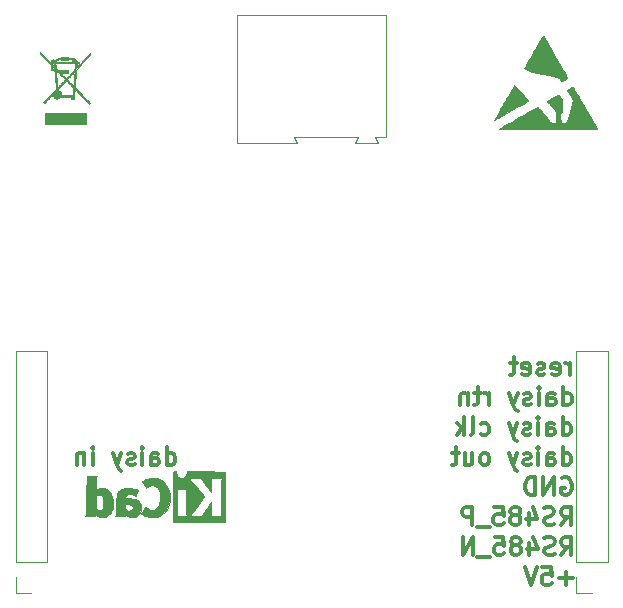
<source format=gbo>
G04 #@! TF.GenerationSoftware,KiCad,Pcbnew,(6.0.0-rc1-dev-1425-g4c184f07a)*
G04 #@! TF.CreationDate,2018-12-24T15:04:36+01:00
G04 #@! TF.ProjectId,led_pixel_stm32f030_cree,6c65645f-7069-4786-956c-5f73746d3332,1.1*
G04 #@! TF.SameCoordinates,Original*
G04 #@! TF.FileFunction,Legend,Bot*
G04 #@! TF.FilePolarity,Positive*
%FSLAX46Y46*%
G04 Gerber Fmt 4.6, Leading zero omitted, Abs format (unit mm)*
G04 Created by KiCad (PCBNEW (6.0.0-rc1-dev-1425-g4c184f07a)) date 24.12.2018 15:04:36*
%MOMM*%
%LPD*%
G04 APERTURE LIST*
%ADD10C,0.300000*%
%ADD11C,0.010000*%
%ADD12C,0.120000*%
G04 APERTURE END LIST*
D10*
X171268000Y-113632571D02*
X171268000Y-112132571D01*
X171268000Y-113561142D02*
X171410857Y-113632571D01*
X171696571Y-113632571D01*
X171839428Y-113561142D01*
X171910857Y-113489714D01*
X171982285Y-113346857D01*
X171982285Y-112918285D01*
X171910857Y-112775428D01*
X171839428Y-112704000D01*
X171696571Y-112632571D01*
X171410857Y-112632571D01*
X171268000Y-112704000D01*
X169910857Y-113632571D02*
X169910857Y-112846857D01*
X169982285Y-112704000D01*
X170125142Y-112632571D01*
X170410857Y-112632571D01*
X170553714Y-112704000D01*
X169910857Y-113561142D02*
X170053714Y-113632571D01*
X170410857Y-113632571D01*
X170553714Y-113561142D01*
X170625142Y-113418285D01*
X170625142Y-113275428D01*
X170553714Y-113132571D01*
X170410857Y-113061142D01*
X170053714Y-113061142D01*
X169910857Y-112989714D01*
X169196571Y-113632571D02*
X169196571Y-112632571D01*
X169196571Y-112132571D02*
X169268000Y-112204000D01*
X169196571Y-112275428D01*
X169125142Y-112204000D01*
X169196571Y-112132571D01*
X169196571Y-112275428D01*
X168553714Y-113561142D02*
X168410857Y-113632571D01*
X168125142Y-113632571D01*
X167982285Y-113561142D01*
X167910857Y-113418285D01*
X167910857Y-113346857D01*
X167982285Y-113204000D01*
X168125142Y-113132571D01*
X168339428Y-113132571D01*
X168482285Y-113061142D01*
X168553714Y-112918285D01*
X168553714Y-112846857D01*
X168482285Y-112704000D01*
X168339428Y-112632571D01*
X168125142Y-112632571D01*
X167982285Y-112704000D01*
X167410857Y-112632571D02*
X167053714Y-113632571D01*
X166696571Y-112632571D02*
X167053714Y-113632571D01*
X167196571Y-113989714D01*
X167268000Y-114061142D01*
X167410857Y-114132571D01*
X164768000Y-113632571D02*
X164910857Y-113561142D01*
X164982285Y-113489714D01*
X165053714Y-113346857D01*
X165053714Y-112918285D01*
X164982285Y-112775428D01*
X164910857Y-112704000D01*
X164768000Y-112632571D01*
X164553714Y-112632571D01*
X164410857Y-112704000D01*
X164339428Y-112775428D01*
X164268000Y-112918285D01*
X164268000Y-113346857D01*
X164339428Y-113489714D01*
X164410857Y-113561142D01*
X164553714Y-113632571D01*
X164768000Y-113632571D01*
X162982285Y-112632571D02*
X162982285Y-113632571D01*
X163625142Y-112632571D02*
X163625142Y-113418285D01*
X163553714Y-113561142D01*
X163410857Y-113632571D01*
X163196571Y-113632571D01*
X163053714Y-113561142D01*
X162982285Y-113489714D01*
X162482285Y-112632571D02*
X161910857Y-112632571D01*
X162268000Y-112132571D02*
X162268000Y-113418285D01*
X162196571Y-113561142D01*
X162053714Y-113632571D01*
X161910857Y-113632571D01*
X172121571Y-123221142D02*
X170978714Y-123221142D01*
X171550142Y-123792571D02*
X171550142Y-122649714D01*
X169550142Y-122292571D02*
X170264428Y-122292571D01*
X170335857Y-123006857D01*
X170264428Y-122935428D01*
X170121571Y-122864000D01*
X169764428Y-122864000D01*
X169621571Y-122935428D01*
X169550142Y-123006857D01*
X169478714Y-123149714D01*
X169478714Y-123506857D01*
X169550142Y-123649714D01*
X169621571Y-123721142D01*
X169764428Y-123792571D01*
X170121571Y-123792571D01*
X170264428Y-123721142D01*
X170335857Y-123649714D01*
X169050142Y-122292571D02*
X168550142Y-123792571D01*
X168050142Y-122292571D01*
X171149000Y-121252571D02*
X171649000Y-120538285D01*
X172006142Y-121252571D02*
X172006142Y-119752571D01*
X171434714Y-119752571D01*
X171291857Y-119824000D01*
X171220428Y-119895428D01*
X171149000Y-120038285D01*
X171149000Y-120252571D01*
X171220428Y-120395428D01*
X171291857Y-120466857D01*
X171434714Y-120538285D01*
X172006142Y-120538285D01*
X170577571Y-121181142D02*
X170363285Y-121252571D01*
X170006142Y-121252571D01*
X169863285Y-121181142D01*
X169791857Y-121109714D01*
X169720428Y-120966857D01*
X169720428Y-120824000D01*
X169791857Y-120681142D01*
X169863285Y-120609714D01*
X170006142Y-120538285D01*
X170291857Y-120466857D01*
X170434714Y-120395428D01*
X170506142Y-120324000D01*
X170577571Y-120181142D01*
X170577571Y-120038285D01*
X170506142Y-119895428D01*
X170434714Y-119824000D01*
X170291857Y-119752571D01*
X169934714Y-119752571D01*
X169720428Y-119824000D01*
X168434714Y-120252571D02*
X168434714Y-121252571D01*
X168791857Y-119681142D02*
X169149000Y-120752571D01*
X168220428Y-120752571D01*
X167434714Y-120395428D02*
X167577571Y-120324000D01*
X167649000Y-120252571D01*
X167720428Y-120109714D01*
X167720428Y-120038285D01*
X167649000Y-119895428D01*
X167577571Y-119824000D01*
X167434714Y-119752571D01*
X167149000Y-119752571D01*
X167006142Y-119824000D01*
X166934714Y-119895428D01*
X166863285Y-120038285D01*
X166863285Y-120109714D01*
X166934714Y-120252571D01*
X167006142Y-120324000D01*
X167149000Y-120395428D01*
X167434714Y-120395428D01*
X167577571Y-120466857D01*
X167649000Y-120538285D01*
X167720428Y-120681142D01*
X167720428Y-120966857D01*
X167649000Y-121109714D01*
X167577571Y-121181142D01*
X167434714Y-121252571D01*
X167149000Y-121252571D01*
X167006142Y-121181142D01*
X166934714Y-121109714D01*
X166863285Y-120966857D01*
X166863285Y-120681142D01*
X166934714Y-120538285D01*
X167006142Y-120466857D01*
X167149000Y-120395428D01*
X165506142Y-119752571D02*
X166220428Y-119752571D01*
X166291857Y-120466857D01*
X166220428Y-120395428D01*
X166077571Y-120324000D01*
X165720428Y-120324000D01*
X165577571Y-120395428D01*
X165506142Y-120466857D01*
X165434714Y-120609714D01*
X165434714Y-120966857D01*
X165506142Y-121109714D01*
X165577571Y-121181142D01*
X165720428Y-121252571D01*
X166077571Y-121252571D01*
X166220428Y-121181142D01*
X166291857Y-121109714D01*
X165149000Y-121395428D02*
X164006142Y-121395428D01*
X163649000Y-121252571D02*
X163649000Y-119752571D01*
X162791857Y-121252571D01*
X162791857Y-119752571D01*
X171113285Y-118712571D02*
X171613285Y-117998285D01*
X171970428Y-118712571D02*
X171970428Y-117212571D01*
X171399000Y-117212571D01*
X171256142Y-117284000D01*
X171184714Y-117355428D01*
X171113285Y-117498285D01*
X171113285Y-117712571D01*
X171184714Y-117855428D01*
X171256142Y-117926857D01*
X171399000Y-117998285D01*
X171970428Y-117998285D01*
X170541857Y-118641142D02*
X170327571Y-118712571D01*
X169970428Y-118712571D01*
X169827571Y-118641142D01*
X169756142Y-118569714D01*
X169684714Y-118426857D01*
X169684714Y-118284000D01*
X169756142Y-118141142D01*
X169827571Y-118069714D01*
X169970428Y-117998285D01*
X170256142Y-117926857D01*
X170399000Y-117855428D01*
X170470428Y-117784000D01*
X170541857Y-117641142D01*
X170541857Y-117498285D01*
X170470428Y-117355428D01*
X170399000Y-117284000D01*
X170256142Y-117212571D01*
X169899000Y-117212571D01*
X169684714Y-117284000D01*
X168399000Y-117712571D02*
X168399000Y-118712571D01*
X168756142Y-117141142D02*
X169113285Y-118212571D01*
X168184714Y-118212571D01*
X167399000Y-117855428D02*
X167541857Y-117784000D01*
X167613285Y-117712571D01*
X167684714Y-117569714D01*
X167684714Y-117498285D01*
X167613285Y-117355428D01*
X167541857Y-117284000D01*
X167399000Y-117212571D01*
X167113285Y-117212571D01*
X166970428Y-117284000D01*
X166899000Y-117355428D01*
X166827571Y-117498285D01*
X166827571Y-117569714D01*
X166899000Y-117712571D01*
X166970428Y-117784000D01*
X167113285Y-117855428D01*
X167399000Y-117855428D01*
X167541857Y-117926857D01*
X167613285Y-117998285D01*
X167684714Y-118141142D01*
X167684714Y-118426857D01*
X167613285Y-118569714D01*
X167541857Y-118641142D01*
X167399000Y-118712571D01*
X167113285Y-118712571D01*
X166970428Y-118641142D01*
X166899000Y-118569714D01*
X166827571Y-118426857D01*
X166827571Y-118141142D01*
X166899000Y-117998285D01*
X166970428Y-117926857D01*
X167113285Y-117855428D01*
X165470428Y-117212571D02*
X166184714Y-117212571D01*
X166256142Y-117926857D01*
X166184714Y-117855428D01*
X166041857Y-117784000D01*
X165684714Y-117784000D01*
X165541857Y-117855428D01*
X165470428Y-117926857D01*
X165399000Y-118069714D01*
X165399000Y-118426857D01*
X165470428Y-118569714D01*
X165541857Y-118641142D01*
X165684714Y-118712571D01*
X166041857Y-118712571D01*
X166184714Y-118641142D01*
X166256142Y-118569714D01*
X165113285Y-118855428D02*
X163970428Y-118855428D01*
X163613285Y-118712571D02*
X163613285Y-117212571D01*
X163041857Y-117212571D01*
X162899000Y-117284000D01*
X162827571Y-117355428D01*
X162756142Y-117498285D01*
X162756142Y-117712571D01*
X162827571Y-117855428D01*
X162899000Y-117926857D01*
X163041857Y-117998285D01*
X163613285Y-117998285D01*
X171208857Y-114744000D02*
X171351714Y-114672571D01*
X171566000Y-114672571D01*
X171780285Y-114744000D01*
X171923142Y-114886857D01*
X171994571Y-115029714D01*
X172066000Y-115315428D01*
X172066000Y-115529714D01*
X171994571Y-115815428D01*
X171923142Y-115958285D01*
X171780285Y-116101142D01*
X171566000Y-116172571D01*
X171423142Y-116172571D01*
X171208857Y-116101142D01*
X171137428Y-116029714D01*
X171137428Y-115529714D01*
X171423142Y-115529714D01*
X170494571Y-116172571D02*
X170494571Y-114672571D01*
X169637428Y-116172571D01*
X169637428Y-114672571D01*
X168923142Y-116172571D02*
X168923142Y-114672571D01*
X168566000Y-114672571D01*
X168351714Y-114744000D01*
X168208857Y-114886857D01*
X168137428Y-115029714D01*
X168066000Y-115315428D01*
X168066000Y-115529714D01*
X168137428Y-115815428D01*
X168208857Y-115958285D01*
X168351714Y-116101142D01*
X168566000Y-116172571D01*
X168923142Y-116172571D01*
X137752000Y-113632571D02*
X137752000Y-112132571D01*
X137752000Y-113561142D02*
X137894857Y-113632571D01*
X138180571Y-113632571D01*
X138323428Y-113561142D01*
X138394857Y-113489714D01*
X138466285Y-113346857D01*
X138466285Y-112918285D01*
X138394857Y-112775428D01*
X138323428Y-112704000D01*
X138180571Y-112632571D01*
X137894857Y-112632571D01*
X137752000Y-112704000D01*
X136394857Y-113632571D02*
X136394857Y-112846857D01*
X136466285Y-112704000D01*
X136609142Y-112632571D01*
X136894857Y-112632571D01*
X137037714Y-112704000D01*
X136394857Y-113561142D02*
X136537714Y-113632571D01*
X136894857Y-113632571D01*
X137037714Y-113561142D01*
X137109142Y-113418285D01*
X137109142Y-113275428D01*
X137037714Y-113132571D01*
X136894857Y-113061142D01*
X136537714Y-113061142D01*
X136394857Y-112989714D01*
X135680571Y-113632571D02*
X135680571Y-112632571D01*
X135680571Y-112132571D02*
X135752000Y-112204000D01*
X135680571Y-112275428D01*
X135609142Y-112204000D01*
X135680571Y-112132571D01*
X135680571Y-112275428D01*
X135037714Y-113561142D02*
X134894857Y-113632571D01*
X134609142Y-113632571D01*
X134466285Y-113561142D01*
X134394857Y-113418285D01*
X134394857Y-113346857D01*
X134466285Y-113204000D01*
X134609142Y-113132571D01*
X134823428Y-113132571D01*
X134966285Y-113061142D01*
X135037714Y-112918285D01*
X135037714Y-112846857D01*
X134966285Y-112704000D01*
X134823428Y-112632571D01*
X134609142Y-112632571D01*
X134466285Y-112704000D01*
X133894857Y-112632571D02*
X133537714Y-113632571D01*
X133180571Y-112632571D02*
X133537714Y-113632571D01*
X133680571Y-113989714D01*
X133752000Y-114061142D01*
X133894857Y-114132571D01*
X131466285Y-113632571D02*
X131466285Y-112632571D01*
X131466285Y-112132571D02*
X131537714Y-112204000D01*
X131466285Y-112275428D01*
X131394857Y-112204000D01*
X131466285Y-112132571D01*
X131466285Y-112275428D01*
X130752000Y-112632571D02*
X130752000Y-113632571D01*
X130752000Y-112775428D02*
X130680571Y-112704000D01*
X130537714Y-112632571D01*
X130323428Y-112632571D01*
X130180571Y-112704000D01*
X130109142Y-112846857D01*
X130109142Y-113632571D01*
X171252142Y-111092571D02*
X171252142Y-109592571D01*
X171252142Y-111021142D02*
X171395000Y-111092571D01*
X171680714Y-111092571D01*
X171823571Y-111021142D01*
X171895000Y-110949714D01*
X171966428Y-110806857D01*
X171966428Y-110378285D01*
X171895000Y-110235428D01*
X171823571Y-110164000D01*
X171680714Y-110092571D01*
X171395000Y-110092571D01*
X171252142Y-110164000D01*
X169895000Y-111092571D02*
X169895000Y-110306857D01*
X169966428Y-110164000D01*
X170109285Y-110092571D01*
X170395000Y-110092571D01*
X170537857Y-110164000D01*
X169895000Y-111021142D02*
X170037857Y-111092571D01*
X170395000Y-111092571D01*
X170537857Y-111021142D01*
X170609285Y-110878285D01*
X170609285Y-110735428D01*
X170537857Y-110592571D01*
X170395000Y-110521142D01*
X170037857Y-110521142D01*
X169895000Y-110449714D01*
X169180714Y-111092571D02*
X169180714Y-110092571D01*
X169180714Y-109592571D02*
X169252142Y-109664000D01*
X169180714Y-109735428D01*
X169109285Y-109664000D01*
X169180714Y-109592571D01*
X169180714Y-109735428D01*
X168537857Y-111021142D02*
X168395000Y-111092571D01*
X168109285Y-111092571D01*
X167966428Y-111021142D01*
X167895000Y-110878285D01*
X167895000Y-110806857D01*
X167966428Y-110664000D01*
X168109285Y-110592571D01*
X168323571Y-110592571D01*
X168466428Y-110521142D01*
X168537857Y-110378285D01*
X168537857Y-110306857D01*
X168466428Y-110164000D01*
X168323571Y-110092571D01*
X168109285Y-110092571D01*
X167966428Y-110164000D01*
X167395000Y-110092571D02*
X167037857Y-111092571D01*
X166680714Y-110092571D02*
X167037857Y-111092571D01*
X167180714Y-111449714D01*
X167252142Y-111521142D01*
X167395000Y-111592571D01*
X164323571Y-111021142D02*
X164466428Y-111092571D01*
X164752142Y-111092571D01*
X164895000Y-111021142D01*
X164966428Y-110949714D01*
X165037857Y-110806857D01*
X165037857Y-110378285D01*
X164966428Y-110235428D01*
X164895000Y-110164000D01*
X164752142Y-110092571D01*
X164466428Y-110092571D01*
X164323571Y-110164000D01*
X163466428Y-111092571D02*
X163609285Y-111021142D01*
X163680714Y-110878285D01*
X163680714Y-109592571D01*
X162895000Y-111092571D02*
X162895000Y-109592571D01*
X162752142Y-110521142D02*
X162323571Y-111092571D01*
X162323571Y-110092571D02*
X162895000Y-110664000D01*
X171307714Y-108552571D02*
X171307714Y-107052571D01*
X171307714Y-108481142D02*
X171450571Y-108552571D01*
X171736285Y-108552571D01*
X171879142Y-108481142D01*
X171950571Y-108409714D01*
X172022000Y-108266857D01*
X172022000Y-107838285D01*
X171950571Y-107695428D01*
X171879142Y-107624000D01*
X171736285Y-107552571D01*
X171450571Y-107552571D01*
X171307714Y-107624000D01*
X169950571Y-108552571D02*
X169950571Y-107766857D01*
X170022000Y-107624000D01*
X170164857Y-107552571D01*
X170450571Y-107552571D01*
X170593428Y-107624000D01*
X169950571Y-108481142D02*
X170093428Y-108552571D01*
X170450571Y-108552571D01*
X170593428Y-108481142D01*
X170664857Y-108338285D01*
X170664857Y-108195428D01*
X170593428Y-108052571D01*
X170450571Y-107981142D01*
X170093428Y-107981142D01*
X169950571Y-107909714D01*
X169236285Y-108552571D02*
X169236285Y-107552571D01*
X169236285Y-107052571D02*
X169307714Y-107124000D01*
X169236285Y-107195428D01*
X169164857Y-107124000D01*
X169236285Y-107052571D01*
X169236285Y-107195428D01*
X168593428Y-108481142D02*
X168450571Y-108552571D01*
X168164857Y-108552571D01*
X168022000Y-108481142D01*
X167950571Y-108338285D01*
X167950571Y-108266857D01*
X168022000Y-108124000D01*
X168164857Y-108052571D01*
X168379142Y-108052571D01*
X168522000Y-107981142D01*
X168593428Y-107838285D01*
X168593428Y-107766857D01*
X168522000Y-107624000D01*
X168379142Y-107552571D01*
X168164857Y-107552571D01*
X168022000Y-107624000D01*
X167450571Y-107552571D02*
X167093428Y-108552571D01*
X166736285Y-107552571D02*
X167093428Y-108552571D01*
X167236285Y-108909714D01*
X167307714Y-108981142D01*
X167450571Y-109052571D01*
X165022000Y-108552571D02*
X165022000Y-107552571D01*
X165022000Y-107838285D02*
X164950571Y-107695428D01*
X164879142Y-107624000D01*
X164736285Y-107552571D01*
X164593428Y-107552571D01*
X164307714Y-107552571D02*
X163736285Y-107552571D01*
X164093428Y-107052571D02*
X164093428Y-108338285D01*
X164022000Y-108481142D01*
X163879142Y-108552571D01*
X163736285Y-108552571D01*
X163236285Y-107552571D02*
X163236285Y-108552571D01*
X163236285Y-107695428D02*
X163164857Y-107624000D01*
X163022000Y-107552571D01*
X162807714Y-107552571D01*
X162664857Y-107624000D01*
X162593428Y-107766857D01*
X162593428Y-108552571D01*
X171859571Y-106012571D02*
X171859571Y-105012571D01*
X171859571Y-105298285D02*
X171788142Y-105155428D01*
X171716714Y-105084000D01*
X171573857Y-105012571D01*
X171431000Y-105012571D01*
X170359571Y-105941142D02*
X170502428Y-106012571D01*
X170788142Y-106012571D01*
X170931000Y-105941142D01*
X171002428Y-105798285D01*
X171002428Y-105226857D01*
X170931000Y-105084000D01*
X170788142Y-105012571D01*
X170502428Y-105012571D01*
X170359571Y-105084000D01*
X170288142Y-105226857D01*
X170288142Y-105369714D01*
X171002428Y-105512571D01*
X169716714Y-105941142D02*
X169573857Y-106012571D01*
X169288142Y-106012571D01*
X169145285Y-105941142D01*
X169073857Y-105798285D01*
X169073857Y-105726857D01*
X169145285Y-105584000D01*
X169288142Y-105512571D01*
X169502428Y-105512571D01*
X169645285Y-105441142D01*
X169716714Y-105298285D01*
X169716714Y-105226857D01*
X169645285Y-105084000D01*
X169502428Y-105012571D01*
X169288142Y-105012571D01*
X169145285Y-105084000D01*
X167859571Y-105941142D02*
X168002428Y-106012571D01*
X168288142Y-106012571D01*
X168431000Y-105941142D01*
X168502428Y-105798285D01*
X168502428Y-105226857D01*
X168431000Y-105084000D01*
X168288142Y-105012571D01*
X168002428Y-105012571D01*
X167859571Y-105084000D01*
X167788142Y-105226857D01*
X167788142Y-105369714D01*
X168502428Y-105512571D01*
X167359571Y-105012571D02*
X166788142Y-105012571D01*
X167145285Y-104512571D02*
X167145285Y-105798285D01*
X167073857Y-105941142D01*
X166931000Y-106012571D01*
X166788142Y-106012571D01*
D11*
G36*
X172071251Y-81596036D02*
G01*
X172027456Y-81612972D01*
X171960707Y-81646601D01*
X171864863Y-81699334D01*
X171857401Y-81703525D01*
X171769129Y-81754001D01*
X171694637Y-81798223D01*
X171641240Y-81831731D01*
X171616254Y-81850064D01*
X171615555Y-81850962D01*
X171621591Y-81876414D01*
X171649277Y-81933255D01*
X171696812Y-82018389D01*
X171762389Y-82128717D01*
X171844203Y-82261144D01*
X171940452Y-82412571D01*
X171964406Y-82449707D01*
X172026817Y-82552757D01*
X172072263Y-82641432D01*
X172096754Y-82707714D01*
X172099267Y-82720807D01*
X172098152Y-82778443D01*
X172085657Y-82869865D01*
X172063340Y-82989208D01*
X172032760Y-83130609D01*
X171995472Y-83288203D01*
X171953035Y-83456126D01*
X171907006Y-83628514D01*
X171858943Y-83799501D01*
X171810403Y-83963224D01*
X171762943Y-84113818D01*
X171718122Y-84245420D01*
X171677497Y-84352163D01*
X171649177Y-84415494D01*
X171615817Y-84482957D01*
X171584318Y-84547511D01*
X171582613Y-84551045D01*
X171530502Y-84616250D01*
X171454446Y-84660156D01*
X171365908Y-84681197D01*
X171276352Y-84677807D01*
X171197242Y-84648423D01*
X171152736Y-84609736D01*
X171088644Y-84503636D01*
X171041678Y-84371405D01*
X171015910Y-84226527D01*
X171012259Y-84144394D01*
X171026961Y-83991105D01*
X171070110Y-83864166D01*
X171144028Y-83757418D01*
X171167079Y-83733657D01*
X171235675Y-83667009D01*
X171240386Y-83195916D01*
X171245097Y-82724822D01*
X171125054Y-82543106D01*
X171068723Y-82460856D01*
X171014472Y-82386865D01*
X170970041Y-82331448D01*
X170950944Y-82311056D01*
X170896876Y-82260723D01*
X170823650Y-82300158D01*
X170777367Y-82328415D01*
X170752043Y-82350354D01*
X170750424Y-82354299D01*
X170733116Y-82371023D01*
X170703503Y-82383476D01*
X170674886Y-82394700D01*
X170631066Y-82416024D01*
X170568282Y-82449529D01*
X170482772Y-82497296D01*
X170370774Y-82561407D01*
X170228527Y-82643944D01*
X170151227Y-82689065D01*
X170060298Y-82743111D01*
X170000661Y-82781604D01*
X169967039Y-82809044D01*
X169954156Y-82829934D01*
X169956735Y-82848775D01*
X169958885Y-82853152D01*
X169979803Y-82880714D01*
X170024560Y-82932416D01*
X170087943Y-83002475D01*
X170164738Y-83085107D01*
X170231156Y-83155156D01*
X170384210Y-83321414D01*
X170503944Y-83465519D01*
X170591427Y-83588921D01*
X170647726Y-83693068D01*
X170666716Y-83745954D01*
X170674560Y-83792250D01*
X170682662Y-83871221D01*
X170690309Y-83973846D01*
X170696788Y-84091103D01*
X170699837Y-84165248D01*
X170704092Y-84293427D01*
X170705964Y-84387138D01*
X170704901Y-84453583D01*
X170700354Y-84499961D01*
X170691773Y-84533474D01*
X170678606Y-84561321D01*
X170668265Y-84578324D01*
X170608544Y-84643862D01*
X170531589Y-84689532D01*
X170450620Y-84709450D01*
X170389942Y-84702244D01*
X170335001Y-84671066D01*
X170266133Y-84615230D01*
X170192995Y-84544474D01*
X170125248Y-84468537D01*
X170072550Y-84397159D01*
X170053147Y-84362668D01*
X170024081Y-84315441D01*
X169971217Y-84243506D01*
X169899384Y-84152485D01*
X169813412Y-84048000D01*
X169718132Y-83935675D01*
X169618373Y-83821130D01*
X169518966Y-83709990D01*
X169424741Y-83607875D01*
X169340527Y-83520408D01*
X169274409Y-83456198D01*
X169201001Y-83392057D01*
X169139247Y-83344763D01*
X169095934Y-83319235D01*
X169081555Y-83316429D01*
X169059521Y-83327752D01*
X169004562Y-83358144D01*
X168919848Y-83405780D01*
X168808552Y-83468835D01*
X168673844Y-83545485D01*
X168518897Y-83633905D01*
X168346881Y-83732270D01*
X168160968Y-83838756D01*
X167964330Y-83951537D01*
X167760137Y-84068789D01*
X167551561Y-84188687D01*
X167341775Y-84309407D01*
X167133948Y-84429123D01*
X166931253Y-84546011D01*
X166736860Y-84658246D01*
X166553942Y-84764004D01*
X166385670Y-84861460D01*
X166235215Y-84948788D01*
X166105749Y-85024165D01*
X166000443Y-85085765D01*
X165922468Y-85131764D01*
X165874996Y-85160337D01*
X165861237Y-85169304D01*
X165879769Y-85171076D01*
X165938067Y-85172799D01*
X166034191Y-85174464D01*
X166166201Y-85176063D01*
X166332154Y-85177587D01*
X166530111Y-85179029D01*
X166758130Y-85180380D01*
X167014271Y-85181632D01*
X167296592Y-85182776D01*
X167603153Y-85183804D01*
X167932013Y-85184708D01*
X168281231Y-85185479D01*
X168648865Y-85186109D01*
X169032976Y-85186590D01*
X169431623Y-85186914D01*
X169842863Y-85187072D01*
X170015420Y-85187087D01*
X174189414Y-85187087D01*
X173891732Y-84670954D01*
X173828714Y-84561665D01*
X173747594Y-84420940D01*
X173651084Y-84253486D01*
X173541897Y-84064012D01*
X173422745Y-83857223D01*
X173296340Y-83637828D01*
X173165395Y-83410533D01*
X173032621Y-83180046D01*
X172900731Y-82951073D01*
X172867376Y-82893163D01*
X172745753Y-82682232D01*
X172629772Y-82481535D01*
X172521175Y-82294059D01*
X172421706Y-82122792D01*
X172333108Y-81970723D01*
X172257122Y-81840838D01*
X172195493Y-81736125D01*
X172149963Y-81659573D01*
X172122275Y-81614169D01*
X172114528Y-81602609D01*
X172098228Y-81593385D01*
X172071251Y-81596036D01*
X172071251Y-81596036D01*
G37*
X172071251Y-81596036D02*
X172027456Y-81612972D01*
X171960707Y-81646601D01*
X171864863Y-81699334D01*
X171857401Y-81703525D01*
X171769129Y-81754001D01*
X171694637Y-81798223D01*
X171641240Y-81831731D01*
X171616254Y-81850064D01*
X171615555Y-81850962D01*
X171621591Y-81876414D01*
X171649277Y-81933255D01*
X171696812Y-82018389D01*
X171762389Y-82128717D01*
X171844203Y-82261144D01*
X171940452Y-82412571D01*
X171964406Y-82449707D01*
X172026817Y-82552757D01*
X172072263Y-82641432D01*
X172096754Y-82707714D01*
X172099267Y-82720807D01*
X172098152Y-82778443D01*
X172085657Y-82869865D01*
X172063340Y-82989208D01*
X172032760Y-83130609D01*
X171995472Y-83288203D01*
X171953035Y-83456126D01*
X171907006Y-83628514D01*
X171858943Y-83799501D01*
X171810403Y-83963224D01*
X171762943Y-84113818D01*
X171718122Y-84245420D01*
X171677497Y-84352163D01*
X171649177Y-84415494D01*
X171615817Y-84482957D01*
X171584318Y-84547511D01*
X171582613Y-84551045D01*
X171530502Y-84616250D01*
X171454446Y-84660156D01*
X171365908Y-84681197D01*
X171276352Y-84677807D01*
X171197242Y-84648423D01*
X171152736Y-84609736D01*
X171088644Y-84503636D01*
X171041678Y-84371405D01*
X171015910Y-84226527D01*
X171012259Y-84144394D01*
X171026961Y-83991105D01*
X171070110Y-83864166D01*
X171144028Y-83757418D01*
X171167079Y-83733657D01*
X171235675Y-83667009D01*
X171240386Y-83195916D01*
X171245097Y-82724822D01*
X171125054Y-82543106D01*
X171068723Y-82460856D01*
X171014472Y-82386865D01*
X170970041Y-82331448D01*
X170950944Y-82311056D01*
X170896876Y-82260723D01*
X170823650Y-82300158D01*
X170777367Y-82328415D01*
X170752043Y-82350354D01*
X170750424Y-82354299D01*
X170733116Y-82371023D01*
X170703503Y-82383476D01*
X170674886Y-82394700D01*
X170631066Y-82416024D01*
X170568282Y-82449529D01*
X170482772Y-82497296D01*
X170370774Y-82561407D01*
X170228527Y-82643944D01*
X170151227Y-82689065D01*
X170060298Y-82743111D01*
X170000661Y-82781604D01*
X169967039Y-82809044D01*
X169954156Y-82829934D01*
X169956735Y-82848775D01*
X169958885Y-82853152D01*
X169979803Y-82880714D01*
X170024560Y-82932416D01*
X170087943Y-83002475D01*
X170164738Y-83085107D01*
X170231156Y-83155156D01*
X170384210Y-83321414D01*
X170503944Y-83465519D01*
X170591427Y-83588921D01*
X170647726Y-83693068D01*
X170666716Y-83745954D01*
X170674560Y-83792250D01*
X170682662Y-83871221D01*
X170690309Y-83973846D01*
X170696788Y-84091103D01*
X170699837Y-84165248D01*
X170704092Y-84293427D01*
X170705964Y-84387138D01*
X170704901Y-84453583D01*
X170700354Y-84499961D01*
X170691773Y-84533474D01*
X170678606Y-84561321D01*
X170668265Y-84578324D01*
X170608544Y-84643862D01*
X170531589Y-84689532D01*
X170450620Y-84709450D01*
X170389942Y-84702244D01*
X170335001Y-84671066D01*
X170266133Y-84615230D01*
X170192995Y-84544474D01*
X170125248Y-84468537D01*
X170072550Y-84397159D01*
X170053147Y-84362668D01*
X170024081Y-84315441D01*
X169971217Y-84243506D01*
X169899384Y-84152485D01*
X169813412Y-84048000D01*
X169718132Y-83935675D01*
X169618373Y-83821130D01*
X169518966Y-83709990D01*
X169424741Y-83607875D01*
X169340527Y-83520408D01*
X169274409Y-83456198D01*
X169201001Y-83392057D01*
X169139247Y-83344763D01*
X169095934Y-83319235D01*
X169081555Y-83316429D01*
X169059521Y-83327752D01*
X169004562Y-83358144D01*
X168919848Y-83405780D01*
X168808552Y-83468835D01*
X168673844Y-83545485D01*
X168518897Y-83633905D01*
X168346881Y-83732270D01*
X168160968Y-83838756D01*
X167964330Y-83951537D01*
X167760137Y-84068789D01*
X167551561Y-84188687D01*
X167341775Y-84309407D01*
X167133948Y-84429123D01*
X166931253Y-84546011D01*
X166736860Y-84658246D01*
X166553942Y-84764004D01*
X166385670Y-84861460D01*
X166235215Y-84948788D01*
X166105749Y-85024165D01*
X166000443Y-85085765D01*
X165922468Y-85131764D01*
X165874996Y-85160337D01*
X165861237Y-85169304D01*
X165879769Y-85171076D01*
X165938067Y-85172799D01*
X166034191Y-85174464D01*
X166166201Y-85176063D01*
X166332154Y-85177587D01*
X166530111Y-85179029D01*
X166758130Y-85180380D01*
X167014271Y-85181632D01*
X167296592Y-85182776D01*
X167603153Y-85183804D01*
X167932013Y-85184708D01*
X168281231Y-85185479D01*
X168648865Y-85186109D01*
X169032976Y-85186590D01*
X169431623Y-85186914D01*
X169842863Y-85187072D01*
X170015420Y-85187087D01*
X174189414Y-85187087D01*
X173891732Y-84670954D01*
X173828714Y-84561665D01*
X173747594Y-84420940D01*
X173651084Y-84253486D01*
X173541897Y-84064012D01*
X173422745Y-83857223D01*
X173296340Y-83637828D01*
X173165395Y-83410533D01*
X173032621Y-83180046D01*
X172900731Y-82951073D01*
X172867376Y-82893163D01*
X172745753Y-82682232D01*
X172629772Y-82481535D01*
X172521175Y-82294059D01*
X172421706Y-82122792D01*
X172333108Y-81970723D01*
X172257122Y-81840838D01*
X172195493Y-81736125D01*
X172149963Y-81659573D01*
X172122275Y-81614169D01*
X172114528Y-81602609D01*
X172098228Y-81593385D01*
X172071251Y-81596036D01*
G36*
X167135854Y-81519908D02*
G01*
X167120531Y-81545590D01*
X167086089Y-81604469D01*
X167034231Y-81693602D01*
X166966660Y-81810049D01*
X166885079Y-81950867D01*
X166791191Y-82113114D01*
X166686701Y-82293849D01*
X166573310Y-82490130D01*
X166452722Y-82699016D01*
X166328687Y-82914017D01*
X166202013Y-83133649D01*
X166080392Y-83344495D01*
X165965588Y-83543499D01*
X165859362Y-83727607D01*
X165763477Y-83893765D01*
X165679698Y-84038917D01*
X165609786Y-84160009D01*
X165555504Y-84253988D01*
X165518615Y-84317797D01*
X165501269Y-84347719D01*
X165472993Y-84398271D01*
X165457618Y-84429914D01*
X165456776Y-84435420D01*
X165475512Y-84425082D01*
X165527614Y-84395407D01*
X165610360Y-84347968D01*
X165721025Y-84284333D01*
X165856886Y-84206074D01*
X166015219Y-84114759D01*
X166193302Y-84011960D01*
X166388410Y-83899247D01*
X166597820Y-83778189D01*
X166818809Y-83650357D01*
X166902887Y-83601702D01*
X167127830Y-83471567D01*
X167342476Y-83347497D01*
X167544068Y-83231077D01*
X167729852Y-83123893D01*
X167897072Y-83027531D01*
X168042973Y-82943578D01*
X168164799Y-82873620D01*
X168259796Y-82819243D01*
X168325208Y-82782034D01*
X168358280Y-82763578D01*
X168361738Y-82761830D01*
X168351661Y-82746005D01*
X168316593Y-82703692D01*
X168260115Y-82638790D01*
X168185807Y-82555196D01*
X168097248Y-82456809D01*
X167998020Y-82347525D01*
X167891702Y-82231244D01*
X167781875Y-82111862D01*
X167672118Y-81993277D01*
X167566012Y-81879388D01*
X167467138Y-81774092D01*
X167379074Y-81681287D01*
X167305401Y-81604870D01*
X167249700Y-81548740D01*
X167230597Y-81530335D01*
X167167292Y-81470872D01*
X167135854Y-81519908D01*
X167135854Y-81519908D01*
G37*
X167135854Y-81519908D02*
X167120531Y-81545590D01*
X167086089Y-81604469D01*
X167034231Y-81693602D01*
X166966660Y-81810049D01*
X166885079Y-81950867D01*
X166791191Y-82113114D01*
X166686701Y-82293849D01*
X166573310Y-82490130D01*
X166452722Y-82699016D01*
X166328687Y-82914017D01*
X166202013Y-83133649D01*
X166080392Y-83344495D01*
X165965588Y-83543499D01*
X165859362Y-83727607D01*
X165763477Y-83893765D01*
X165679698Y-84038917D01*
X165609786Y-84160009D01*
X165555504Y-84253988D01*
X165518615Y-84317797D01*
X165501269Y-84347719D01*
X165472993Y-84398271D01*
X165457618Y-84429914D01*
X165456776Y-84435420D01*
X165475512Y-84425082D01*
X165527614Y-84395407D01*
X165610360Y-84347968D01*
X165721025Y-84284333D01*
X165856886Y-84206074D01*
X166015219Y-84114759D01*
X166193302Y-84011960D01*
X166388410Y-83899247D01*
X166597820Y-83778189D01*
X166818809Y-83650357D01*
X166902887Y-83601702D01*
X167127830Y-83471567D01*
X167342476Y-83347497D01*
X167544068Y-83231077D01*
X167729852Y-83123893D01*
X167897072Y-83027531D01*
X168042973Y-82943578D01*
X168164799Y-82873620D01*
X168259796Y-82819243D01*
X168325208Y-82782034D01*
X168358280Y-82763578D01*
X168361738Y-82761830D01*
X168351661Y-82746005D01*
X168316593Y-82703692D01*
X168260115Y-82638790D01*
X168185807Y-82555196D01*
X168097248Y-82456809D01*
X167998020Y-82347525D01*
X167891702Y-82231244D01*
X167781875Y-82111862D01*
X167672118Y-81993277D01*
X167566012Y-81879388D01*
X167467138Y-81774092D01*
X167379074Y-81681287D01*
X167305401Y-81604870D01*
X167249700Y-81548740D01*
X167230597Y-81530335D01*
X167167292Y-81470872D01*
X167135854Y-81519908D01*
G36*
X169591122Y-77280166D02*
G01*
X169560124Y-77330538D01*
X169512366Y-77410341D01*
X169449806Y-77516180D01*
X169374403Y-77644659D01*
X169288115Y-77792384D01*
X169192899Y-77955958D01*
X169090715Y-78131987D01*
X168983519Y-78317075D01*
X168873271Y-78507827D01*
X168761929Y-78700847D01*
X168651450Y-78892741D01*
X168543793Y-79080111D01*
X168440916Y-79259565D01*
X168344777Y-79427705D01*
X168257335Y-79581137D01*
X168180547Y-79716465D01*
X168116372Y-79830294D01*
X168066767Y-79919229D01*
X168033691Y-79979874D01*
X168019103Y-80008833D01*
X168018569Y-80010644D01*
X168036679Y-80035217D01*
X168087020Y-80072807D01*
X168163605Y-80119722D01*
X168260448Y-80172274D01*
X168361833Y-80222213D01*
X168499785Y-80282769D01*
X168644858Y-80337179D01*
X168802050Y-80386651D01*
X168976357Y-80432395D01*
X169172778Y-80475620D01*
X169396311Y-80517534D01*
X169651952Y-80559347D01*
X169916394Y-80598284D01*
X170146148Y-80632828D01*
X170339083Y-80667026D01*
X170500036Y-80702577D01*
X170633845Y-80741182D01*
X170745350Y-80784539D01*
X170839386Y-80834348D01*
X170920794Y-80892309D01*
X170994410Y-80960120D01*
X171018149Y-80985312D01*
X171069603Y-81043958D01*
X171107666Y-81091815D01*
X171125323Y-81119958D01*
X171125794Y-81122265D01*
X171131972Y-81136416D01*
X171153410Y-81136575D01*
X171194467Y-81120861D01*
X171259499Y-81087391D01*
X171352863Y-81034281D01*
X171417748Y-80996088D01*
X171514499Y-80936385D01*
X171589688Y-80885263D01*
X171638261Y-80846399D01*
X171655165Y-80823472D01*
X171655155Y-80823305D01*
X171644672Y-80801456D01*
X171615069Y-80746739D01*
X171568062Y-80662136D01*
X171505371Y-80550629D01*
X171428714Y-80415201D01*
X171339809Y-80258833D01*
X171240374Y-80084507D01*
X171132128Y-79895206D01*
X171016789Y-79693911D01*
X170896076Y-79483605D01*
X170771706Y-79267271D01*
X170645399Y-79047889D01*
X170518873Y-78828442D01*
X170393845Y-78611912D01*
X170272035Y-78401281D01*
X170155161Y-78199532D01*
X170044940Y-78009647D01*
X169943092Y-77834606D01*
X169851335Y-77677394D01*
X169771387Y-77540991D01*
X169704966Y-77428380D01*
X169653791Y-77342543D01*
X169619580Y-77286462D01*
X169604052Y-77263119D01*
X169603402Y-77262621D01*
X169591122Y-77280166D01*
X169591122Y-77280166D01*
G37*
X169591122Y-77280166D02*
X169560124Y-77330538D01*
X169512366Y-77410341D01*
X169449806Y-77516180D01*
X169374403Y-77644659D01*
X169288115Y-77792384D01*
X169192899Y-77955958D01*
X169090715Y-78131987D01*
X168983519Y-78317075D01*
X168873271Y-78507827D01*
X168761929Y-78700847D01*
X168651450Y-78892741D01*
X168543793Y-79080111D01*
X168440916Y-79259565D01*
X168344777Y-79427705D01*
X168257335Y-79581137D01*
X168180547Y-79716465D01*
X168116372Y-79830294D01*
X168066767Y-79919229D01*
X168033691Y-79979874D01*
X168019103Y-80008833D01*
X168018569Y-80010644D01*
X168036679Y-80035217D01*
X168087020Y-80072807D01*
X168163605Y-80119722D01*
X168260448Y-80172274D01*
X168361833Y-80222213D01*
X168499785Y-80282769D01*
X168644858Y-80337179D01*
X168802050Y-80386651D01*
X168976357Y-80432395D01*
X169172778Y-80475620D01*
X169396311Y-80517534D01*
X169651952Y-80559347D01*
X169916394Y-80598284D01*
X170146148Y-80632828D01*
X170339083Y-80667026D01*
X170500036Y-80702577D01*
X170633845Y-80741182D01*
X170745350Y-80784539D01*
X170839386Y-80834348D01*
X170920794Y-80892309D01*
X170994410Y-80960120D01*
X171018149Y-80985312D01*
X171069603Y-81043958D01*
X171107666Y-81091815D01*
X171125323Y-81119958D01*
X171125794Y-81122265D01*
X171131972Y-81136416D01*
X171153410Y-81136575D01*
X171194467Y-81120861D01*
X171259499Y-81087391D01*
X171352863Y-81034281D01*
X171417748Y-80996088D01*
X171514499Y-80936385D01*
X171589688Y-80885263D01*
X171638261Y-80846399D01*
X171655165Y-80823472D01*
X171655155Y-80823305D01*
X171644672Y-80801456D01*
X171615069Y-80746739D01*
X171568062Y-80662136D01*
X171505371Y-80550629D01*
X171428714Y-80415201D01*
X171339809Y-80258833D01*
X171240374Y-80084507D01*
X171132128Y-79895206D01*
X171016789Y-79693911D01*
X170896076Y-79483605D01*
X170771706Y-79267271D01*
X170645399Y-79047889D01*
X170518873Y-78828442D01*
X170393845Y-78611912D01*
X170272035Y-78401281D01*
X170155161Y-78199532D01*
X170044940Y-78009647D01*
X169943092Y-77834606D01*
X169851335Y-77677394D01*
X169771387Y-77540991D01*
X169704966Y-77428380D01*
X169653791Y-77342543D01*
X169619580Y-77286462D01*
X169604052Y-77263119D01*
X169603402Y-77262621D01*
X169591122Y-77280166D01*
G36*
X127424178Y-84729822D02*
G01*
X130944971Y-84729822D01*
X130944971Y-83862198D01*
X127424178Y-83862198D01*
X127424178Y-84729822D01*
X127424178Y-84729822D01*
G37*
X127424178Y-84729822D02*
X130944971Y-84729822D01*
X130944971Y-83862198D01*
X127424178Y-83862198D01*
X127424178Y-84729822D01*
G36*
X127047570Y-78776848D02*
G01*
X127048189Y-78863931D01*
X127499914Y-79322891D01*
X127951639Y-79781852D01*
X127951968Y-79992471D01*
X127952297Y-80203089D01*
X128227390Y-80203089D01*
X128234478Y-80256530D01*
X128237162Y-80280888D01*
X128241687Y-80326759D01*
X128247809Y-80391405D01*
X128255288Y-80472091D01*
X128263881Y-80566081D01*
X128273346Y-80670637D01*
X128283442Y-80783025D01*
X128293926Y-80900507D01*
X128304556Y-81020348D01*
X128315091Y-81139811D01*
X128325287Y-81256159D01*
X128334905Y-81366657D01*
X128343700Y-81468569D01*
X128351432Y-81559158D01*
X128357858Y-81635687D01*
X128362737Y-81695421D01*
X128365825Y-81735624D01*
X128366883Y-81753559D01*
X128366882Y-81753644D01*
X128359173Y-81768035D01*
X128336019Y-81797748D01*
X128297105Y-81843131D01*
X128242116Y-81904529D01*
X128170736Y-81982288D01*
X128082651Y-82076754D01*
X127977546Y-82188272D01*
X127855105Y-82317188D01*
X127820690Y-82353287D01*
X127274863Y-82925416D01*
X127363119Y-83013436D01*
X127434515Y-82935758D01*
X127460634Y-82907686D01*
X127501434Y-82864274D01*
X127554223Y-82808366D01*
X127616309Y-82742808D01*
X127685000Y-82670441D01*
X127757604Y-82594112D01*
X127801040Y-82548524D01*
X127882584Y-82463119D01*
X127948496Y-82394710D01*
X128000456Y-82342053D01*
X128040145Y-82303905D01*
X128069243Y-82279020D01*
X128089431Y-82266156D01*
X128102390Y-82264068D01*
X128109800Y-82271513D01*
X128113342Y-82287246D01*
X128114697Y-82310023D01*
X128114879Y-82316239D01*
X128124297Y-82359061D01*
X128147503Y-82410819D01*
X128179864Y-82463328D01*
X128216748Y-82508403D01*
X128231507Y-82522328D01*
X128307233Y-82571047D01*
X128395692Y-82598306D01*
X128473900Y-82604773D01*
X128562532Y-82592576D01*
X128644388Y-82556813D01*
X128716836Y-82498722D01*
X128730203Y-82484262D01*
X128779082Y-82428733D01*
X129624674Y-82428733D01*
X129624674Y-82604773D01*
X129851010Y-82604773D01*
X129851010Y-82522531D01*
X129853850Y-82466386D01*
X129863393Y-82427416D01*
X129874991Y-82406219D01*
X129883277Y-82391052D01*
X129890373Y-82369062D01*
X129896748Y-82336987D01*
X129902872Y-82291569D01*
X129909216Y-82229548D01*
X129916250Y-82147662D01*
X129921066Y-82086746D01*
X129943161Y-81801343D01*
X130485565Y-82350805D01*
X130583637Y-82450228D01*
X130677784Y-82545815D01*
X130766285Y-82635810D01*
X130847420Y-82718457D01*
X130919469Y-82792001D01*
X130980712Y-82854684D01*
X131029427Y-82904752D01*
X131063896Y-82940448D01*
X131082379Y-82959995D01*
X131112743Y-82990944D01*
X131138071Y-83012530D01*
X131151695Y-83019723D01*
X131169095Y-83011297D01*
X131194460Y-82990245D01*
X131203058Y-82981671D01*
X131239514Y-82943620D01*
X131038802Y-82739658D01*
X130987596Y-82687699D01*
X130921569Y-82620820D01*
X130843618Y-82541950D01*
X130756638Y-82454014D01*
X130663526Y-82359941D01*
X130567179Y-82262658D01*
X130470492Y-82165093D01*
X130401134Y-82095145D01*
X130295703Y-81988550D01*
X130207129Y-81898307D01*
X130134281Y-81823192D01*
X130076023Y-81761986D01*
X130031225Y-81713466D01*
X130009021Y-81688129D01*
X129830724Y-81688129D01*
X129808401Y-81973555D01*
X129801669Y-82057219D01*
X129795157Y-82133727D01*
X129789234Y-82199081D01*
X129784268Y-82249281D01*
X129780629Y-82280329D01*
X129779458Y-82287273D01*
X129772838Y-82315565D01*
X128823364Y-82315565D01*
X128817026Y-82236606D01*
X128797890Y-82143315D01*
X128757846Y-82060791D01*
X128699418Y-81992038D01*
X128625129Y-81940063D01*
X128541748Y-81908863D01*
X128514698Y-81894228D01*
X128501156Y-81862819D01*
X128500872Y-81861434D01*
X128499247Y-81848174D01*
X128501256Y-81834595D01*
X128508858Y-81818181D01*
X128524016Y-81796411D01*
X128548688Y-81766767D01*
X128584836Y-81726732D01*
X128634420Y-81673785D01*
X128699401Y-81605409D01*
X128703599Y-81601005D01*
X128773493Y-81527611D01*
X128847800Y-81449437D01*
X128921414Y-81371864D01*
X128989229Y-81300275D01*
X129046140Y-81240051D01*
X129058832Y-81226587D01*
X129107487Y-81175820D01*
X129150709Y-81132375D01*
X129185395Y-81099241D01*
X129208444Y-81079405D01*
X129216182Y-81075046D01*
X129227722Y-81084170D01*
X129254710Y-81109200D01*
X129295021Y-81148052D01*
X129346529Y-81198643D01*
X129407109Y-81258888D01*
X129474636Y-81326704D01*
X129529826Y-81382565D01*
X129830724Y-81688129D01*
X130009021Y-81688129D01*
X129998751Y-81676411D01*
X129977471Y-81649599D01*
X129966251Y-81631808D01*
X129963754Y-81623570D01*
X129964700Y-81605590D01*
X129967573Y-81564892D01*
X129972187Y-81503819D01*
X129978358Y-81424713D01*
X129985898Y-81329914D01*
X129994621Y-81221767D01*
X130004343Y-81102612D01*
X130014876Y-80974791D01*
X130023365Y-80872635D01*
X130071396Y-80296674D01*
X129947805Y-80296674D01*
X129947273Y-80309104D01*
X129944769Y-80344110D01*
X129940496Y-80399215D01*
X129934653Y-80471943D01*
X129927443Y-80559814D01*
X129919066Y-80660351D01*
X129909723Y-80771077D01*
X129900758Y-80876205D01*
X129890602Y-80995483D01*
X129881142Y-81108080D01*
X129872596Y-81211305D01*
X129865179Y-81302473D01*
X129859108Y-81378895D01*
X129854601Y-81437883D01*
X129851873Y-81476749D01*
X129851116Y-81491844D01*
X129849935Y-81501238D01*
X129845256Y-81504966D01*
X129835276Y-81501471D01*
X129818190Y-81489199D01*
X129792196Y-81466594D01*
X129755490Y-81432100D01*
X129706267Y-81384162D01*
X129642726Y-81321224D01*
X129575305Y-81253968D01*
X129299601Y-80978477D01*
X129301533Y-80976406D01*
X129119290Y-80976406D01*
X129110984Y-80987780D01*
X129087733Y-81014563D01*
X129051865Y-81054292D01*
X129005713Y-81104507D01*
X128951606Y-81162746D01*
X128891874Y-81226547D01*
X128828848Y-81293449D01*
X128764858Y-81360990D01*
X128702236Y-81426710D01*
X128643310Y-81488146D01*
X128590412Y-81542837D01*
X128545872Y-81588322D01*
X128512020Y-81622138D01*
X128491188Y-81641826D01*
X128485506Y-81645837D01*
X128483634Y-81632891D01*
X128479746Y-81597134D01*
X128474057Y-81540804D01*
X128466781Y-81466140D01*
X128458131Y-81375380D01*
X128448322Y-81270762D01*
X128437566Y-81154526D01*
X128426079Y-81028908D01*
X128416907Y-80927618D01*
X128405174Y-80796279D01*
X128394335Y-80672552D01*
X128384570Y-80558681D01*
X128376063Y-80456911D01*
X128368995Y-80369487D01*
X128363549Y-80298653D01*
X128359908Y-80246653D01*
X128358253Y-80215732D01*
X128358442Y-80207703D01*
X128368334Y-80214854D01*
X128393524Y-80237841D01*
X128431810Y-80274439D01*
X128480989Y-80322422D01*
X128538861Y-80379566D01*
X128603222Y-80443647D01*
X128671871Y-80512438D01*
X128742605Y-80583716D01*
X128813222Y-80655255D01*
X128881520Y-80724830D01*
X128945296Y-80790217D01*
X129002350Y-80849191D01*
X129050478Y-80899527D01*
X129087478Y-80938999D01*
X129111148Y-80965383D01*
X129119290Y-80976406D01*
X129301533Y-80976406D01*
X129402409Y-80868295D01*
X129454768Y-80812377D01*
X129513535Y-80749948D01*
X129576385Y-80683443D01*
X129640995Y-80615298D01*
X129705042Y-80547948D01*
X129766203Y-80483828D01*
X129822153Y-80425372D01*
X129870570Y-80375018D01*
X129909130Y-80335198D01*
X129935509Y-80308350D01*
X129947384Y-80296908D01*
X129947805Y-80296674D01*
X130071396Y-80296674D01*
X130083401Y-80152726D01*
X130683938Y-79521158D01*
X131284475Y-78889589D01*
X131284034Y-78801315D01*
X131283592Y-78713040D01*
X131186583Y-78816666D01*
X131132291Y-78874463D01*
X131068192Y-78942368D01*
X130996016Y-79018572D01*
X130917492Y-79101269D01*
X130834349Y-79188653D01*
X130748319Y-79278915D01*
X130661130Y-79370250D01*
X130574513Y-79460849D01*
X130490197Y-79548907D01*
X130409912Y-79632615D01*
X130335387Y-79710167D01*
X130268354Y-79779757D01*
X130210541Y-79839576D01*
X130163679Y-79887818D01*
X130129496Y-79922676D01*
X130109724Y-79942343D01*
X130105390Y-79946116D01*
X130105092Y-79932992D01*
X130106731Y-79899389D01*
X130110023Y-79849880D01*
X130114682Y-79789037D01*
X130116682Y-79764732D01*
X130131577Y-79586951D01*
X130014955Y-79586951D01*
X130008934Y-79615243D01*
X130005863Y-79637618D01*
X130001548Y-79679717D01*
X129996488Y-79736178D01*
X129991181Y-79801635D01*
X129989344Y-79825862D01*
X129983927Y-79895421D01*
X129978459Y-79960018D01*
X129973488Y-80013548D01*
X129969561Y-80049910D01*
X129968675Y-80056509D01*
X129965334Y-80070056D01*
X129958101Y-80085914D01*
X129945440Y-80105861D01*
X129925811Y-80131673D01*
X129897678Y-80165129D01*
X129859502Y-80208007D01*
X129809746Y-80262083D01*
X129746871Y-80329136D01*
X129669341Y-80410943D01*
X129590251Y-80493950D01*
X129511564Y-80576094D01*
X129438112Y-80652169D01*
X129371724Y-80720325D01*
X129314227Y-80778712D01*
X129267451Y-80825481D01*
X129233224Y-80858782D01*
X129213373Y-80876767D01*
X129209140Y-80879442D01*
X129198003Y-80869741D01*
X129171971Y-80844441D01*
X129133570Y-80806082D01*
X129085328Y-80757200D01*
X129029770Y-80700334D01*
X128989592Y-80658906D01*
X128779831Y-80442000D01*
X129398337Y-80442000D01*
X129398337Y-80203089D01*
X128643881Y-80203089D01*
X128643881Y-80309542D01*
X128505565Y-80171654D01*
X128407447Y-80073840D01*
X128216357Y-80073840D01*
X128214529Y-80089270D01*
X128205277Y-80097867D01*
X128182950Y-80101613D01*
X128141895Y-80102489D01*
X128134624Y-80102495D01*
X128052891Y-80102495D01*
X128052891Y-79883172D01*
X128134624Y-79964179D01*
X128180730Y-80013428D01*
X128208306Y-80051159D01*
X128216357Y-80073840D01*
X128407447Y-80073840D01*
X128367248Y-80033766D01*
X128367248Y-79910952D01*
X128366863Y-79854450D01*
X128365100Y-79818505D01*
X128361050Y-79798530D01*
X128353801Y-79789937D01*
X128342870Y-79788139D01*
X128330712Y-79785498D01*
X128321727Y-79774912D01*
X128314826Y-79752381D01*
X128308924Y-79713909D01*
X128302935Y-79655498D01*
X128301013Y-79634104D01*
X128296852Y-79586951D01*
X130014955Y-79586951D01*
X130131577Y-79586951D01*
X130291109Y-79586951D01*
X130291109Y-79473782D01*
X130223314Y-79473782D01*
X130183662Y-79472696D01*
X130162116Y-79467454D01*
X130159480Y-79464334D01*
X130020616Y-79464334D01*
X130013308Y-79471462D01*
X129987993Y-79473662D01*
X129970908Y-79473782D01*
X129913881Y-79473782D01*
X129701221Y-79473782D01*
X128286698Y-79473782D01*
X128334542Y-79424786D01*
X128408850Y-79364324D01*
X128500816Y-79317691D01*
X128611998Y-79284249D01*
X128722471Y-79265753D01*
X128794773Y-79257122D01*
X128794773Y-79348040D01*
X129373188Y-79348040D01*
X129373188Y-79244893D01*
X129458065Y-79253496D01*
X129517368Y-79260756D01*
X129580551Y-79270379D01*
X129618386Y-79277252D01*
X129693832Y-79292407D01*
X129697526Y-79383095D01*
X129701221Y-79473782D01*
X129913881Y-79473782D01*
X129913881Y-79423485D01*
X129915544Y-79391976D01*
X129919697Y-79374463D01*
X129921371Y-79373188D01*
X129939987Y-79381254D01*
X129967183Y-79400820D01*
X129994448Y-79424944D01*
X130013267Y-79446682D01*
X130014943Y-79449508D01*
X130020616Y-79464334D01*
X130159480Y-79464334D01*
X130151662Y-79455081D01*
X130147442Y-79441604D01*
X130130219Y-79406627D01*
X130097138Y-79364579D01*
X130053893Y-79321356D01*
X130006174Y-79282854D01*
X129974830Y-79262801D01*
X129939123Y-79240851D01*
X129920819Y-79222411D01*
X129914388Y-79200668D01*
X129913894Y-79187718D01*
X129913894Y-79184575D01*
X129272594Y-79184575D01*
X129272594Y-79247446D01*
X128895367Y-79247446D01*
X128895367Y-79184575D01*
X129272594Y-79184575D01*
X129913894Y-79184575D01*
X129913881Y-79146852D01*
X129808048Y-79146852D01*
X129759355Y-79148029D01*
X129721405Y-79151165D01*
X129700308Y-79155671D01*
X129698023Y-79157495D01*
X129684641Y-79160295D01*
X129652074Y-79159148D01*
X129605916Y-79154393D01*
X129574376Y-79150003D01*
X129517188Y-79141378D01*
X129464886Y-79133591D01*
X129425582Y-79127847D01*
X129414055Y-79126215D01*
X129383937Y-79116888D01*
X129373188Y-79102272D01*
X129369920Y-79096320D01*
X129358230Y-79091778D01*
X129335288Y-79088470D01*
X129298265Y-79086215D01*
X129244332Y-79084834D01*
X129170660Y-79084150D01*
X129083980Y-79083980D01*
X128991471Y-79084077D01*
X128921094Y-79084530D01*
X128869836Y-79085590D01*
X128834680Y-79087503D01*
X128812611Y-79090519D01*
X128800615Y-79094885D01*
X128795676Y-79100849D01*
X128794773Y-79107784D01*
X128787079Y-79129795D01*
X128761879Y-79142321D01*
X128715991Y-79146788D01*
X128707736Y-79146852D01*
X128630027Y-79154868D01*
X128541767Y-79176936D01*
X128450915Y-79210084D01*
X128365430Y-79251339D01*
X128293274Y-79297731D01*
X128283928Y-79305082D01*
X128253467Y-79328998D01*
X128235428Y-79338576D01*
X128222831Y-79335480D01*
X128209900Y-79322704D01*
X128171707Y-79297678D01*
X128122002Y-79288071D01*
X128068476Y-79293067D01*
X128018822Y-79311851D01*
X127980733Y-79343606D01*
X127977975Y-79347297D01*
X127949474Y-79406575D01*
X127944172Y-79467934D01*
X127961482Y-79526427D01*
X128000820Y-79577104D01*
X128005630Y-79581289D01*
X128033560Y-79601167D01*
X128061898Y-79609921D01*
X128101737Y-79610553D01*
X128111689Y-79609992D01*
X128150668Y-79608562D01*
X128170746Y-79611839D01*
X128178015Y-79621728D01*
X128178760Y-79630961D01*
X128180284Y-79657744D01*
X128184065Y-79698025D01*
X128186782Y-79722124D01*
X128190723Y-79760401D01*
X128189084Y-79779996D01*
X128179579Y-79787158D01*
X128162649Y-79788139D01*
X128152608Y-79784901D01*
X128136410Y-79774420D01*
X128112855Y-79755548D01*
X128080743Y-79727135D01*
X128038872Y-79688035D01*
X127986043Y-79637097D01*
X127921055Y-79573173D01*
X127842709Y-79495114D01*
X127749803Y-79401772D01*
X127641137Y-79291998D01*
X127588769Y-79238952D01*
X127046951Y-78689767D01*
X127047570Y-78776848D01*
X127047570Y-78776848D01*
G37*
X127047570Y-78776848D02*
X127048189Y-78863931D01*
X127499914Y-79322891D01*
X127951639Y-79781852D01*
X127951968Y-79992471D01*
X127952297Y-80203089D01*
X128227390Y-80203089D01*
X128234478Y-80256530D01*
X128237162Y-80280888D01*
X128241687Y-80326759D01*
X128247809Y-80391405D01*
X128255288Y-80472091D01*
X128263881Y-80566081D01*
X128273346Y-80670637D01*
X128283442Y-80783025D01*
X128293926Y-80900507D01*
X128304556Y-81020348D01*
X128315091Y-81139811D01*
X128325287Y-81256159D01*
X128334905Y-81366657D01*
X128343700Y-81468569D01*
X128351432Y-81559158D01*
X128357858Y-81635687D01*
X128362737Y-81695421D01*
X128365825Y-81735624D01*
X128366883Y-81753559D01*
X128366882Y-81753644D01*
X128359173Y-81768035D01*
X128336019Y-81797748D01*
X128297105Y-81843131D01*
X128242116Y-81904529D01*
X128170736Y-81982288D01*
X128082651Y-82076754D01*
X127977546Y-82188272D01*
X127855105Y-82317188D01*
X127820690Y-82353287D01*
X127274863Y-82925416D01*
X127363119Y-83013436D01*
X127434515Y-82935758D01*
X127460634Y-82907686D01*
X127501434Y-82864274D01*
X127554223Y-82808366D01*
X127616309Y-82742808D01*
X127685000Y-82670441D01*
X127757604Y-82594112D01*
X127801040Y-82548524D01*
X127882584Y-82463119D01*
X127948496Y-82394710D01*
X128000456Y-82342053D01*
X128040145Y-82303905D01*
X128069243Y-82279020D01*
X128089431Y-82266156D01*
X128102390Y-82264068D01*
X128109800Y-82271513D01*
X128113342Y-82287246D01*
X128114697Y-82310023D01*
X128114879Y-82316239D01*
X128124297Y-82359061D01*
X128147503Y-82410819D01*
X128179864Y-82463328D01*
X128216748Y-82508403D01*
X128231507Y-82522328D01*
X128307233Y-82571047D01*
X128395692Y-82598306D01*
X128473900Y-82604773D01*
X128562532Y-82592576D01*
X128644388Y-82556813D01*
X128716836Y-82498722D01*
X128730203Y-82484262D01*
X128779082Y-82428733D01*
X129624674Y-82428733D01*
X129624674Y-82604773D01*
X129851010Y-82604773D01*
X129851010Y-82522531D01*
X129853850Y-82466386D01*
X129863393Y-82427416D01*
X129874991Y-82406219D01*
X129883277Y-82391052D01*
X129890373Y-82369062D01*
X129896748Y-82336987D01*
X129902872Y-82291569D01*
X129909216Y-82229548D01*
X129916250Y-82147662D01*
X129921066Y-82086746D01*
X129943161Y-81801343D01*
X130485565Y-82350805D01*
X130583637Y-82450228D01*
X130677784Y-82545815D01*
X130766285Y-82635810D01*
X130847420Y-82718457D01*
X130919469Y-82792001D01*
X130980712Y-82854684D01*
X131029427Y-82904752D01*
X131063896Y-82940448D01*
X131082379Y-82959995D01*
X131112743Y-82990944D01*
X131138071Y-83012530D01*
X131151695Y-83019723D01*
X131169095Y-83011297D01*
X131194460Y-82990245D01*
X131203058Y-82981671D01*
X131239514Y-82943620D01*
X131038802Y-82739658D01*
X130987596Y-82687699D01*
X130921569Y-82620820D01*
X130843618Y-82541950D01*
X130756638Y-82454014D01*
X130663526Y-82359941D01*
X130567179Y-82262658D01*
X130470492Y-82165093D01*
X130401134Y-82095145D01*
X130295703Y-81988550D01*
X130207129Y-81898307D01*
X130134281Y-81823192D01*
X130076023Y-81761986D01*
X130031225Y-81713466D01*
X130009021Y-81688129D01*
X129830724Y-81688129D01*
X129808401Y-81973555D01*
X129801669Y-82057219D01*
X129795157Y-82133727D01*
X129789234Y-82199081D01*
X129784268Y-82249281D01*
X129780629Y-82280329D01*
X129779458Y-82287273D01*
X129772838Y-82315565D01*
X128823364Y-82315565D01*
X128817026Y-82236606D01*
X128797890Y-82143315D01*
X128757846Y-82060791D01*
X128699418Y-81992038D01*
X128625129Y-81940063D01*
X128541748Y-81908863D01*
X128514698Y-81894228D01*
X128501156Y-81862819D01*
X128500872Y-81861434D01*
X128499247Y-81848174D01*
X128501256Y-81834595D01*
X128508858Y-81818181D01*
X128524016Y-81796411D01*
X128548688Y-81766767D01*
X128584836Y-81726732D01*
X128634420Y-81673785D01*
X128699401Y-81605409D01*
X128703599Y-81601005D01*
X128773493Y-81527611D01*
X128847800Y-81449437D01*
X128921414Y-81371864D01*
X128989229Y-81300275D01*
X129046140Y-81240051D01*
X129058832Y-81226587D01*
X129107487Y-81175820D01*
X129150709Y-81132375D01*
X129185395Y-81099241D01*
X129208444Y-81079405D01*
X129216182Y-81075046D01*
X129227722Y-81084170D01*
X129254710Y-81109200D01*
X129295021Y-81148052D01*
X129346529Y-81198643D01*
X129407109Y-81258888D01*
X129474636Y-81326704D01*
X129529826Y-81382565D01*
X129830724Y-81688129D01*
X130009021Y-81688129D01*
X129998751Y-81676411D01*
X129977471Y-81649599D01*
X129966251Y-81631808D01*
X129963754Y-81623570D01*
X129964700Y-81605590D01*
X129967573Y-81564892D01*
X129972187Y-81503819D01*
X129978358Y-81424713D01*
X129985898Y-81329914D01*
X129994621Y-81221767D01*
X130004343Y-81102612D01*
X130014876Y-80974791D01*
X130023365Y-80872635D01*
X130071396Y-80296674D01*
X129947805Y-80296674D01*
X129947273Y-80309104D01*
X129944769Y-80344110D01*
X129940496Y-80399215D01*
X129934653Y-80471943D01*
X129927443Y-80559814D01*
X129919066Y-80660351D01*
X129909723Y-80771077D01*
X129900758Y-80876205D01*
X129890602Y-80995483D01*
X129881142Y-81108080D01*
X129872596Y-81211305D01*
X129865179Y-81302473D01*
X129859108Y-81378895D01*
X129854601Y-81437883D01*
X129851873Y-81476749D01*
X129851116Y-81491844D01*
X129849935Y-81501238D01*
X129845256Y-81504966D01*
X129835276Y-81501471D01*
X129818190Y-81489199D01*
X129792196Y-81466594D01*
X129755490Y-81432100D01*
X129706267Y-81384162D01*
X129642726Y-81321224D01*
X129575305Y-81253968D01*
X129299601Y-80978477D01*
X129301533Y-80976406D01*
X129119290Y-80976406D01*
X129110984Y-80987780D01*
X129087733Y-81014563D01*
X129051865Y-81054292D01*
X129005713Y-81104507D01*
X128951606Y-81162746D01*
X128891874Y-81226547D01*
X128828848Y-81293449D01*
X128764858Y-81360990D01*
X128702236Y-81426710D01*
X128643310Y-81488146D01*
X128590412Y-81542837D01*
X128545872Y-81588322D01*
X128512020Y-81622138D01*
X128491188Y-81641826D01*
X128485506Y-81645837D01*
X128483634Y-81632891D01*
X128479746Y-81597134D01*
X128474057Y-81540804D01*
X128466781Y-81466140D01*
X128458131Y-81375380D01*
X128448322Y-81270762D01*
X128437566Y-81154526D01*
X128426079Y-81028908D01*
X128416907Y-80927618D01*
X128405174Y-80796279D01*
X128394335Y-80672552D01*
X128384570Y-80558681D01*
X128376063Y-80456911D01*
X128368995Y-80369487D01*
X128363549Y-80298653D01*
X128359908Y-80246653D01*
X128358253Y-80215732D01*
X128358442Y-80207703D01*
X128368334Y-80214854D01*
X128393524Y-80237841D01*
X128431810Y-80274439D01*
X128480989Y-80322422D01*
X128538861Y-80379566D01*
X128603222Y-80443647D01*
X128671871Y-80512438D01*
X128742605Y-80583716D01*
X128813222Y-80655255D01*
X128881520Y-80724830D01*
X128945296Y-80790217D01*
X129002350Y-80849191D01*
X129050478Y-80899527D01*
X129087478Y-80938999D01*
X129111148Y-80965383D01*
X129119290Y-80976406D01*
X129301533Y-80976406D01*
X129402409Y-80868295D01*
X129454768Y-80812377D01*
X129513535Y-80749948D01*
X129576385Y-80683443D01*
X129640995Y-80615298D01*
X129705042Y-80547948D01*
X129766203Y-80483828D01*
X129822153Y-80425372D01*
X129870570Y-80375018D01*
X129909130Y-80335198D01*
X129935509Y-80308350D01*
X129947384Y-80296908D01*
X129947805Y-80296674D01*
X130071396Y-80296674D01*
X130083401Y-80152726D01*
X130683938Y-79521158D01*
X131284475Y-78889589D01*
X131284034Y-78801315D01*
X131283592Y-78713040D01*
X131186583Y-78816666D01*
X131132291Y-78874463D01*
X131068192Y-78942368D01*
X130996016Y-79018572D01*
X130917492Y-79101269D01*
X130834349Y-79188653D01*
X130748319Y-79278915D01*
X130661130Y-79370250D01*
X130574513Y-79460849D01*
X130490197Y-79548907D01*
X130409912Y-79632615D01*
X130335387Y-79710167D01*
X130268354Y-79779757D01*
X130210541Y-79839576D01*
X130163679Y-79887818D01*
X130129496Y-79922676D01*
X130109724Y-79942343D01*
X130105390Y-79946116D01*
X130105092Y-79932992D01*
X130106731Y-79899389D01*
X130110023Y-79849880D01*
X130114682Y-79789037D01*
X130116682Y-79764732D01*
X130131577Y-79586951D01*
X130014955Y-79586951D01*
X130008934Y-79615243D01*
X130005863Y-79637618D01*
X130001548Y-79679717D01*
X129996488Y-79736178D01*
X129991181Y-79801635D01*
X129989344Y-79825862D01*
X129983927Y-79895421D01*
X129978459Y-79960018D01*
X129973488Y-80013548D01*
X129969561Y-80049910D01*
X129968675Y-80056509D01*
X129965334Y-80070056D01*
X129958101Y-80085914D01*
X129945440Y-80105861D01*
X129925811Y-80131673D01*
X129897678Y-80165129D01*
X129859502Y-80208007D01*
X129809746Y-80262083D01*
X129746871Y-80329136D01*
X129669341Y-80410943D01*
X129590251Y-80493950D01*
X129511564Y-80576094D01*
X129438112Y-80652169D01*
X129371724Y-80720325D01*
X129314227Y-80778712D01*
X129267451Y-80825481D01*
X129233224Y-80858782D01*
X129213373Y-80876767D01*
X129209140Y-80879442D01*
X129198003Y-80869741D01*
X129171971Y-80844441D01*
X129133570Y-80806082D01*
X129085328Y-80757200D01*
X129029770Y-80700334D01*
X128989592Y-80658906D01*
X128779831Y-80442000D01*
X129398337Y-80442000D01*
X129398337Y-80203089D01*
X128643881Y-80203089D01*
X128643881Y-80309542D01*
X128505565Y-80171654D01*
X128407447Y-80073840D01*
X128216357Y-80073840D01*
X128214529Y-80089270D01*
X128205277Y-80097867D01*
X128182950Y-80101613D01*
X128141895Y-80102489D01*
X128134624Y-80102495D01*
X128052891Y-80102495D01*
X128052891Y-79883172D01*
X128134624Y-79964179D01*
X128180730Y-80013428D01*
X128208306Y-80051159D01*
X128216357Y-80073840D01*
X128407447Y-80073840D01*
X128367248Y-80033766D01*
X128367248Y-79910952D01*
X128366863Y-79854450D01*
X128365100Y-79818505D01*
X128361050Y-79798530D01*
X128353801Y-79789937D01*
X128342870Y-79788139D01*
X128330712Y-79785498D01*
X128321727Y-79774912D01*
X128314826Y-79752381D01*
X128308924Y-79713909D01*
X128302935Y-79655498D01*
X128301013Y-79634104D01*
X128296852Y-79586951D01*
X130014955Y-79586951D01*
X130131577Y-79586951D01*
X130291109Y-79586951D01*
X130291109Y-79473782D01*
X130223314Y-79473782D01*
X130183662Y-79472696D01*
X130162116Y-79467454D01*
X130159480Y-79464334D01*
X130020616Y-79464334D01*
X130013308Y-79471462D01*
X129987993Y-79473662D01*
X129970908Y-79473782D01*
X129913881Y-79473782D01*
X129701221Y-79473782D01*
X128286698Y-79473782D01*
X128334542Y-79424786D01*
X128408850Y-79364324D01*
X128500816Y-79317691D01*
X128611998Y-79284249D01*
X128722471Y-79265753D01*
X128794773Y-79257122D01*
X128794773Y-79348040D01*
X129373188Y-79348040D01*
X129373188Y-79244893D01*
X129458065Y-79253496D01*
X129517368Y-79260756D01*
X129580551Y-79270379D01*
X129618386Y-79277252D01*
X129693832Y-79292407D01*
X129697526Y-79383095D01*
X129701221Y-79473782D01*
X129913881Y-79473782D01*
X129913881Y-79423485D01*
X129915544Y-79391976D01*
X129919697Y-79374463D01*
X129921371Y-79373188D01*
X129939987Y-79381254D01*
X129967183Y-79400820D01*
X129994448Y-79424944D01*
X130013267Y-79446682D01*
X130014943Y-79449508D01*
X130020616Y-79464334D01*
X130159480Y-79464334D01*
X130151662Y-79455081D01*
X130147442Y-79441604D01*
X130130219Y-79406627D01*
X130097138Y-79364579D01*
X130053893Y-79321356D01*
X130006174Y-79282854D01*
X129974830Y-79262801D01*
X129939123Y-79240851D01*
X129920819Y-79222411D01*
X129914388Y-79200668D01*
X129913894Y-79187718D01*
X129913894Y-79184575D01*
X129272594Y-79184575D01*
X129272594Y-79247446D01*
X128895367Y-79247446D01*
X128895367Y-79184575D01*
X129272594Y-79184575D01*
X129913894Y-79184575D01*
X129913881Y-79146852D01*
X129808048Y-79146852D01*
X129759355Y-79148029D01*
X129721405Y-79151165D01*
X129700308Y-79155671D01*
X129698023Y-79157495D01*
X129684641Y-79160295D01*
X129652074Y-79159148D01*
X129605916Y-79154393D01*
X129574376Y-79150003D01*
X129517188Y-79141378D01*
X129464886Y-79133591D01*
X129425582Y-79127847D01*
X129414055Y-79126215D01*
X129383937Y-79116888D01*
X129373188Y-79102272D01*
X129369920Y-79096320D01*
X129358230Y-79091778D01*
X129335288Y-79088470D01*
X129298265Y-79086215D01*
X129244332Y-79084834D01*
X129170660Y-79084150D01*
X129083980Y-79083980D01*
X128991471Y-79084077D01*
X128921094Y-79084530D01*
X128869836Y-79085590D01*
X128834680Y-79087503D01*
X128812611Y-79090519D01*
X128800615Y-79094885D01*
X128795676Y-79100849D01*
X128794773Y-79107784D01*
X128787079Y-79129795D01*
X128761879Y-79142321D01*
X128715991Y-79146788D01*
X128707736Y-79146852D01*
X128630027Y-79154868D01*
X128541767Y-79176936D01*
X128450915Y-79210084D01*
X128365430Y-79251339D01*
X128293274Y-79297731D01*
X128283928Y-79305082D01*
X128253467Y-79328998D01*
X128235428Y-79338576D01*
X128222831Y-79335480D01*
X128209900Y-79322704D01*
X128171707Y-79297678D01*
X128122002Y-79288071D01*
X128068476Y-79293067D01*
X128018822Y-79311851D01*
X127980733Y-79343606D01*
X127977975Y-79347297D01*
X127949474Y-79406575D01*
X127944172Y-79467934D01*
X127961482Y-79526427D01*
X128000820Y-79577104D01*
X128005630Y-79581289D01*
X128033560Y-79601167D01*
X128061898Y-79609921D01*
X128101737Y-79610553D01*
X128111689Y-79609992D01*
X128150668Y-79608562D01*
X128170746Y-79611839D01*
X128178015Y-79621728D01*
X128178760Y-79630961D01*
X128180284Y-79657744D01*
X128184065Y-79698025D01*
X128186782Y-79722124D01*
X128190723Y-79760401D01*
X128189084Y-79779996D01*
X128179579Y-79787158D01*
X128162649Y-79788139D01*
X128152608Y-79784901D01*
X128136410Y-79774420D01*
X128112855Y-79755548D01*
X128080743Y-79727135D01*
X128038872Y-79688035D01*
X127986043Y-79637097D01*
X127921055Y-79573173D01*
X127842709Y-79495114D01*
X127749803Y-79401772D01*
X127641137Y-79291998D01*
X127588769Y-79238952D01*
X127046951Y-78689767D01*
X127047570Y-78776848D01*
G36*
X138340637Y-114171699D02*
G01*
X138318845Y-114178976D01*
X138300414Y-114195420D01*
X138285065Y-114224197D01*
X138272519Y-114268474D01*
X138262495Y-114331418D01*
X138254717Y-114416194D01*
X138248904Y-114525971D01*
X138244777Y-114663914D01*
X138242057Y-114833191D01*
X138240465Y-115036968D01*
X138239723Y-115278411D01*
X138239550Y-115560687D01*
X138239668Y-115886964D01*
X138239797Y-116260407D01*
X138239800Y-116319500D01*
X138239878Y-116694884D01*
X138240151Y-117022711D01*
X138240682Y-117306221D01*
X138241531Y-117548658D01*
X138242760Y-117753261D01*
X138244431Y-117923274D01*
X138246605Y-118061939D01*
X138249343Y-118172496D01*
X138252708Y-118258188D01*
X138256759Y-118322257D01*
X138261559Y-118367944D01*
X138267169Y-118398492D01*
X138273651Y-118417141D01*
X138279715Y-118425885D01*
X138290791Y-118432992D01*
X138310999Y-118439213D01*
X138343510Y-118444606D01*
X138391497Y-118449229D01*
X138458133Y-118453140D01*
X138546590Y-118456396D01*
X138660040Y-118459056D01*
X138801656Y-118461175D01*
X138974610Y-118462813D01*
X139182076Y-118464028D01*
X139427224Y-118464876D01*
X139713229Y-118465415D01*
X140043261Y-118465703D01*
X140420495Y-118465798D01*
X140475001Y-118465800D01*
X140858824Y-118465726D01*
X141195020Y-118465467D01*
X141486761Y-118464965D01*
X141737219Y-118464162D01*
X141949568Y-118463000D01*
X142126979Y-118461422D01*
X142272625Y-118459371D01*
X142389678Y-118456787D01*
X142481312Y-118453615D01*
X142550697Y-118449795D01*
X142601008Y-118445271D01*
X142635416Y-118439985D01*
X142657093Y-118433879D01*
X142669213Y-118426895D01*
X142670286Y-118425885D01*
X142677535Y-118414627D01*
X142683862Y-118394152D01*
X142689328Y-118361219D01*
X142693994Y-118312586D01*
X142697922Y-118245011D01*
X142701174Y-118155252D01*
X142703810Y-118040068D01*
X142705893Y-117896217D01*
X142707483Y-117720456D01*
X142708642Y-117509544D01*
X142709432Y-117260239D01*
X142709914Y-116969300D01*
X142710149Y-116633484D01*
X142710200Y-116319500D01*
X142710123Y-115944115D01*
X142709850Y-115616288D01*
X142709319Y-115332778D01*
X142708470Y-115090341D01*
X142707241Y-114885738D01*
X142706052Y-114764729D01*
X142430801Y-114764729D01*
X142420363Y-114789638D01*
X142394056Y-114843844D01*
X142380001Y-114871699D01*
X142369068Y-114894774D01*
X142359826Y-114920420D01*
X142352133Y-114952859D01*
X142345848Y-114996308D01*
X142340828Y-115054988D01*
X142336932Y-115133117D01*
X142334017Y-115234917D01*
X142331943Y-115364605D01*
X142330566Y-115526401D01*
X142329746Y-115724525D01*
X142329341Y-115963197D01*
X142329209Y-116246635D01*
X142329201Y-116383290D01*
X142329561Y-116646726D01*
X142330598Y-116895037D01*
X142332244Y-117123556D01*
X142334432Y-117327618D01*
X142337097Y-117502558D01*
X142340170Y-117643711D01*
X142343585Y-117746410D01*
X142347276Y-117805991D01*
X142349776Y-117819370D01*
X142374200Y-117859136D01*
X142400032Y-117913350D01*
X142429711Y-117983200D01*
X141903206Y-117982811D01*
X141748033Y-117981849D01*
X141613650Y-117979381D01*
X141507001Y-117975674D01*
X141435030Y-117970992D01*
X141404681Y-117965600D01*
X141404906Y-117963761D01*
X141434855Y-117929826D01*
X141470668Y-117871626D01*
X141474756Y-117863811D01*
X141489682Y-117826521D01*
X141500693Y-117776267D01*
X141508331Y-117705556D01*
X141513134Y-117606898D01*
X141515644Y-117472800D01*
X141516399Y-117295772D01*
X141516400Y-117285961D01*
X141515167Y-117108347D01*
X141511604Y-116965876D01*
X141505922Y-116862727D01*
X141498328Y-116803078D01*
X141491586Y-116789400D01*
X141462086Y-116808770D01*
X141424359Y-116855744D01*
X141422085Y-116859250D01*
X141381507Y-116916268D01*
X141347301Y-116954500D01*
X141316853Y-116991632D01*
X141276917Y-117053966D01*
X141263329Y-117077833D01*
X141221180Y-117144930D01*
X141158473Y-117233720D01*
X141087408Y-117327064D01*
X141073458Y-117344533D01*
X140965339Y-117487344D01*
X140874862Y-117623967D01*
X140806611Y-117746349D01*
X140765169Y-117846440D01*
X140754400Y-117904923D01*
X140754400Y-117983200D01*
X139627945Y-117983200D01*
X139640071Y-117969488D01*
X139484400Y-117969488D01*
X139460301Y-117973757D01*
X139393204Y-117977485D01*
X139290911Y-117980448D01*
X139161222Y-117982426D01*
X139011939Y-117983196D01*
X139001800Y-117983200D01*
X138825033Y-117982408D01*
X138693899Y-117979806D01*
X138603253Y-117975056D01*
X138547950Y-117967818D01*
X138522844Y-117957752D01*
X138520008Y-117951450D01*
X138534962Y-117907554D01*
X138558108Y-117870395D01*
X138567302Y-117851692D01*
X138574898Y-117819195D01*
X138581041Y-117768498D01*
X138585873Y-117695196D01*
X138589536Y-117594883D01*
X138592174Y-117463154D01*
X138593930Y-117295604D01*
X138594947Y-117087827D01*
X138595367Y-116835418D01*
X138595400Y-116721045D01*
X138595400Y-115621000D01*
X139460305Y-115621000D01*
X139421553Y-115695938D01*
X139411522Y-115721815D01*
X139403333Y-115760092D01*
X139396808Y-115815607D01*
X139391774Y-115893197D01*
X139388053Y-115997700D01*
X139385471Y-116133954D01*
X139383852Y-116306797D01*
X139383021Y-116521067D01*
X139382800Y-116763750D01*
X139382914Y-117015440D01*
X139383415Y-117221511D01*
X139384545Y-117387147D01*
X139386545Y-117517527D01*
X139389655Y-117617835D01*
X139394117Y-117693251D01*
X139400171Y-117748957D01*
X139408059Y-117790135D01*
X139418021Y-117821967D01*
X139430299Y-117849635D01*
X139433600Y-117856200D01*
X139464510Y-117919636D01*
X139482520Y-117962110D01*
X139484400Y-117969488D01*
X139640071Y-117969488D01*
X139689523Y-117913570D01*
X139733445Y-117864266D01*
X139761627Y-117833290D01*
X139763800Y-117831020D01*
X139821555Y-117767905D01*
X139893037Y-117683689D01*
X139968103Y-117591065D01*
X140036609Y-117502725D01*
X140088412Y-117431361D01*
X140108624Y-117399547D01*
X140148845Y-117335584D01*
X140212338Y-117244299D01*
X140290196Y-117137680D01*
X140373513Y-117027715D01*
X140453383Y-116926390D01*
X140515727Y-116851607D01*
X140576171Y-116774548D01*
X140632841Y-116690943D01*
X140637022Y-116684050D01*
X140764363Y-116485936D01*
X140860006Y-116355356D01*
X140929964Y-116264212D01*
X140848532Y-116176760D01*
X140778340Y-116097661D01*
X140688285Y-115990892D01*
X140588943Y-115869451D01*
X140490893Y-115746339D01*
X140404711Y-115634555D01*
X140375849Y-115595815D01*
X140071059Y-115215892D01*
X139831721Y-114958787D01*
X139632941Y-114757400D01*
X140178253Y-114757400D01*
X140363450Y-114757523D01*
X140504002Y-114758861D01*
X140606063Y-114762867D01*
X140675788Y-114770993D01*
X140719331Y-114784691D01*
X140742847Y-114805416D01*
X140752489Y-114834618D01*
X140754414Y-114873751D01*
X140754400Y-114893390D01*
X140769988Y-114946842D01*
X140809059Y-115014121D01*
X140826701Y-115037362D01*
X140885348Y-115114668D01*
X140948110Y-115205586D01*
X140970198Y-115240000D01*
X141013448Y-115306764D01*
X141047088Y-115353931D01*
X141058761Y-115367000D01*
X141088555Y-115396339D01*
X141137755Y-115452018D01*
X141197478Y-115523108D01*
X141258838Y-115598681D01*
X141312953Y-115667808D01*
X141350937Y-115719561D01*
X141364000Y-115742483D01*
X141380818Y-115771974D01*
X141422854Y-115819717D01*
X141440201Y-115836900D01*
X141516401Y-115909904D01*
X141516400Y-115490088D01*
X141514807Y-115307302D01*
X141509105Y-115164476D01*
X141497907Y-115050840D01*
X141479828Y-114955629D01*
X141453482Y-114868075D01*
X141427836Y-114801850D01*
X141424606Y-114786771D01*
X141433351Y-114775538D01*
X141460295Y-114767591D01*
X141511662Y-114762367D01*
X141593676Y-114759303D01*
X141712561Y-114757838D01*
X141874540Y-114757410D01*
X141920083Y-114757400D01*
X142074917Y-114757746D01*
X142210878Y-114758712D01*
X142320383Y-114760190D01*
X142395849Y-114762071D01*
X142429692Y-114764245D01*
X142430801Y-114764729D01*
X142706052Y-114764729D01*
X142705570Y-114715725D01*
X142703396Y-114577060D01*
X142700658Y-114466503D01*
X142697293Y-114380811D01*
X142693242Y-114316742D01*
X142688442Y-114271055D01*
X142682832Y-114240507D01*
X142676350Y-114221858D01*
X142670286Y-114213114D01*
X142657822Y-114204934D01*
X142635563Y-114197938D01*
X142599809Y-114192034D01*
X142546859Y-114187133D01*
X142473012Y-114183144D01*
X142374569Y-114179978D01*
X142247827Y-114177544D01*
X142089087Y-114175752D01*
X141894647Y-114174511D01*
X141660807Y-114173733D01*
X141383865Y-114173326D01*
X141060122Y-114173200D01*
X139433600Y-114173200D01*
X139433600Y-114269418D01*
X139413521Y-114385335D01*
X139360475Y-114504000D01*
X139285246Y-114604991D01*
X139232994Y-114649244D01*
X139119454Y-114696370D01*
X138988500Y-114706636D01*
X138854372Y-114682918D01*
X138731310Y-114628089D01*
X138633552Y-114545023D01*
X138618200Y-114525147D01*
X138571194Y-114424428D01*
X138549561Y-114308877D01*
X138538310Y-114173199D01*
X138428970Y-114173200D01*
X138395420Y-114171977D01*
X138366069Y-114170421D01*
X138340637Y-114171699D01*
X138340637Y-114171699D01*
G37*
X138340637Y-114171699D02*
X138318845Y-114178976D01*
X138300414Y-114195420D01*
X138285065Y-114224197D01*
X138272519Y-114268474D01*
X138262495Y-114331418D01*
X138254717Y-114416194D01*
X138248904Y-114525971D01*
X138244777Y-114663914D01*
X138242057Y-114833191D01*
X138240465Y-115036968D01*
X138239723Y-115278411D01*
X138239550Y-115560687D01*
X138239668Y-115886964D01*
X138239797Y-116260407D01*
X138239800Y-116319500D01*
X138239878Y-116694884D01*
X138240151Y-117022711D01*
X138240682Y-117306221D01*
X138241531Y-117548658D01*
X138242760Y-117753261D01*
X138244431Y-117923274D01*
X138246605Y-118061939D01*
X138249343Y-118172496D01*
X138252708Y-118258188D01*
X138256759Y-118322257D01*
X138261559Y-118367944D01*
X138267169Y-118398492D01*
X138273651Y-118417141D01*
X138279715Y-118425885D01*
X138290791Y-118432992D01*
X138310999Y-118439213D01*
X138343510Y-118444606D01*
X138391497Y-118449229D01*
X138458133Y-118453140D01*
X138546590Y-118456396D01*
X138660040Y-118459056D01*
X138801656Y-118461175D01*
X138974610Y-118462813D01*
X139182076Y-118464028D01*
X139427224Y-118464876D01*
X139713229Y-118465415D01*
X140043261Y-118465703D01*
X140420495Y-118465798D01*
X140475001Y-118465800D01*
X140858824Y-118465726D01*
X141195020Y-118465467D01*
X141486761Y-118464965D01*
X141737219Y-118464162D01*
X141949568Y-118463000D01*
X142126979Y-118461422D01*
X142272625Y-118459371D01*
X142389678Y-118456787D01*
X142481312Y-118453615D01*
X142550697Y-118449795D01*
X142601008Y-118445271D01*
X142635416Y-118439985D01*
X142657093Y-118433879D01*
X142669213Y-118426895D01*
X142670286Y-118425885D01*
X142677535Y-118414627D01*
X142683862Y-118394152D01*
X142689328Y-118361219D01*
X142693994Y-118312586D01*
X142697922Y-118245011D01*
X142701174Y-118155252D01*
X142703810Y-118040068D01*
X142705893Y-117896217D01*
X142707483Y-117720456D01*
X142708642Y-117509544D01*
X142709432Y-117260239D01*
X142709914Y-116969300D01*
X142710149Y-116633484D01*
X142710200Y-116319500D01*
X142710123Y-115944115D01*
X142709850Y-115616288D01*
X142709319Y-115332778D01*
X142708470Y-115090341D01*
X142707241Y-114885738D01*
X142706052Y-114764729D01*
X142430801Y-114764729D01*
X142420363Y-114789638D01*
X142394056Y-114843844D01*
X142380001Y-114871699D01*
X142369068Y-114894774D01*
X142359826Y-114920420D01*
X142352133Y-114952859D01*
X142345848Y-114996308D01*
X142340828Y-115054988D01*
X142336932Y-115133117D01*
X142334017Y-115234917D01*
X142331943Y-115364605D01*
X142330566Y-115526401D01*
X142329746Y-115724525D01*
X142329341Y-115963197D01*
X142329209Y-116246635D01*
X142329201Y-116383290D01*
X142329561Y-116646726D01*
X142330598Y-116895037D01*
X142332244Y-117123556D01*
X142334432Y-117327618D01*
X142337097Y-117502558D01*
X142340170Y-117643711D01*
X142343585Y-117746410D01*
X142347276Y-117805991D01*
X142349776Y-117819370D01*
X142374200Y-117859136D01*
X142400032Y-117913350D01*
X142429711Y-117983200D01*
X141903206Y-117982811D01*
X141748033Y-117981849D01*
X141613650Y-117979381D01*
X141507001Y-117975674D01*
X141435030Y-117970992D01*
X141404681Y-117965600D01*
X141404906Y-117963761D01*
X141434855Y-117929826D01*
X141470668Y-117871626D01*
X141474756Y-117863811D01*
X141489682Y-117826521D01*
X141500693Y-117776267D01*
X141508331Y-117705556D01*
X141513134Y-117606898D01*
X141515644Y-117472800D01*
X141516399Y-117295772D01*
X141516400Y-117285961D01*
X141515167Y-117108347D01*
X141511604Y-116965876D01*
X141505922Y-116862727D01*
X141498328Y-116803078D01*
X141491586Y-116789400D01*
X141462086Y-116808770D01*
X141424359Y-116855744D01*
X141422085Y-116859250D01*
X141381507Y-116916268D01*
X141347301Y-116954500D01*
X141316853Y-116991632D01*
X141276917Y-117053966D01*
X141263329Y-117077833D01*
X141221180Y-117144930D01*
X141158473Y-117233720D01*
X141087408Y-117327064D01*
X141073458Y-117344533D01*
X140965339Y-117487344D01*
X140874862Y-117623967D01*
X140806611Y-117746349D01*
X140765169Y-117846440D01*
X140754400Y-117904923D01*
X140754400Y-117983200D01*
X139627945Y-117983200D01*
X139640071Y-117969488D01*
X139484400Y-117969488D01*
X139460301Y-117973757D01*
X139393204Y-117977485D01*
X139290911Y-117980448D01*
X139161222Y-117982426D01*
X139011939Y-117983196D01*
X139001800Y-117983200D01*
X138825033Y-117982408D01*
X138693899Y-117979806D01*
X138603253Y-117975056D01*
X138547950Y-117967818D01*
X138522844Y-117957752D01*
X138520008Y-117951450D01*
X138534962Y-117907554D01*
X138558108Y-117870395D01*
X138567302Y-117851692D01*
X138574898Y-117819195D01*
X138581041Y-117768498D01*
X138585873Y-117695196D01*
X138589536Y-117594883D01*
X138592174Y-117463154D01*
X138593930Y-117295604D01*
X138594947Y-117087827D01*
X138595367Y-116835418D01*
X138595400Y-116721045D01*
X138595400Y-115621000D01*
X139460305Y-115621000D01*
X139421553Y-115695938D01*
X139411522Y-115721815D01*
X139403333Y-115760092D01*
X139396808Y-115815607D01*
X139391774Y-115893197D01*
X139388053Y-115997700D01*
X139385471Y-116133954D01*
X139383852Y-116306797D01*
X139383021Y-116521067D01*
X139382800Y-116763750D01*
X139382914Y-117015440D01*
X139383415Y-117221511D01*
X139384545Y-117387147D01*
X139386545Y-117517527D01*
X139389655Y-117617835D01*
X139394117Y-117693251D01*
X139400171Y-117748957D01*
X139408059Y-117790135D01*
X139418021Y-117821967D01*
X139430299Y-117849635D01*
X139433600Y-117856200D01*
X139464510Y-117919636D01*
X139482520Y-117962110D01*
X139484400Y-117969488D01*
X139640071Y-117969488D01*
X139689523Y-117913570D01*
X139733445Y-117864266D01*
X139761627Y-117833290D01*
X139763800Y-117831020D01*
X139821555Y-117767905D01*
X139893037Y-117683689D01*
X139968103Y-117591065D01*
X140036609Y-117502725D01*
X140088412Y-117431361D01*
X140108624Y-117399547D01*
X140148845Y-117335584D01*
X140212338Y-117244299D01*
X140290196Y-117137680D01*
X140373513Y-117027715D01*
X140453383Y-116926390D01*
X140515727Y-116851607D01*
X140576171Y-116774548D01*
X140632841Y-116690943D01*
X140637022Y-116684050D01*
X140764363Y-116485936D01*
X140860006Y-116355356D01*
X140929964Y-116264212D01*
X140848532Y-116176760D01*
X140778340Y-116097661D01*
X140688285Y-115990892D01*
X140588943Y-115869451D01*
X140490893Y-115746339D01*
X140404711Y-115634555D01*
X140375849Y-115595815D01*
X140071059Y-115215892D01*
X139831721Y-114958787D01*
X139632941Y-114757400D01*
X140178253Y-114757400D01*
X140363450Y-114757523D01*
X140504002Y-114758861D01*
X140606063Y-114762867D01*
X140675788Y-114770993D01*
X140719331Y-114784691D01*
X140742847Y-114805416D01*
X140752489Y-114834618D01*
X140754414Y-114873751D01*
X140754400Y-114893390D01*
X140769988Y-114946842D01*
X140809059Y-115014121D01*
X140826701Y-115037362D01*
X140885348Y-115114668D01*
X140948110Y-115205586D01*
X140970198Y-115240000D01*
X141013448Y-115306764D01*
X141047088Y-115353931D01*
X141058761Y-115367000D01*
X141088555Y-115396339D01*
X141137755Y-115452018D01*
X141197478Y-115523108D01*
X141258838Y-115598681D01*
X141312953Y-115667808D01*
X141350937Y-115719561D01*
X141364000Y-115742483D01*
X141380818Y-115771974D01*
X141422854Y-115819717D01*
X141440201Y-115836900D01*
X141516401Y-115909904D01*
X141516400Y-115490088D01*
X141514807Y-115307302D01*
X141509105Y-115164476D01*
X141497907Y-115050840D01*
X141479828Y-114955629D01*
X141453482Y-114868075D01*
X141427836Y-114801850D01*
X141424606Y-114786771D01*
X141433351Y-114775538D01*
X141460295Y-114767591D01*
X141511662Y-114762367D01*
X141593676Y-114759303D01*
X141712561Y-114757838D01*
X141874540Y-114757410D01*
X141920083Y-114757400D01*
X142074917Y-114757746D01*
X142210878Y-114758712D01*
X142320383Y-114760190D01*
X142395849Y-114762071D01*
X142429692Y-114764245D01*
X142430801Y-114764729D01*
X142706052Y-114764729D01*
X142705570Y-114715725D01*
X142703396Y-114577060D01*
X142700658Y-114466503D01*
X142697293Y-114380811D01*
X142693242Y-114316742D01*
X142688442Y-114271055D01*
X142682832Y-114240507D01*
X142676350Y-114221858D01*
X142670286Y-114213114D01*
X142657822Y-114204934D01*
X142635563Y-114197938D01*
X142599809Y-114192034D01*
X142546859Y-114187133D01*
X142473012Y-114183144D01*
X142374569Y-114179978D01*
X142247827Y-114177544D01*
X142089087Y-114175752D01*
X141894647Y-114174511D01*
X141660807Y-114173733D01*
X141383865Y-114173326D01*
X141060122Y-114173200D01*
X139433600Y-114173200D01*
X139433600Y-114269418D01*
X139413521Y-114385335D01*
X139360475Y-114504000D01*
X139285246Y-114604991D01*
X139232994Y-114649244D01*
X139119454Y-114696370D01*
X138988500Y-114706636D01*
X138854372Y-114682918D01*
X138731310Y-114628089D01*
X138633552Y-114545023D01*
X138618200Y-114525147D01*
X138571194Y-114424428D01*
X138549561Y-114308877D01*
X138538310Y-114173199D01*
X138428970Y-114173200D01*
X138395420Y-114171977D01*
X138366069Y-114170421D01*
X138340637Y-114171699D01*
G36*
X136247324Y-114735341D02*
G01*
X136206089Y-114745143D01*
X136135121Y-114767829D01*
X136039827Y-114803963D01*
X135932479Y-114848187D01*
X135825347Y-114895147D01*
X135730702Y-114939487D01*
X135660815Y-114975851D01*
X135629936Y-114996598D01*
X135639626Y-115019582D01*
X135671964Y-115074508D01*
X135720536Y-115151651D01*
X135778926Y-115241288D01*
X135840719Y-115333695D01*
X135899498Y-115419151D01*
X135948848Y-115487930D01*
X135981323Y-115529159D01*
X136009764Y-115526624D01*
X136061919Y-115496335D01*
X136105593Y-115462312D01*
X136250702Y-115370226D01*
X136415513Y-115324559D01*
X136573902Y-115323284D01*
X136744602Y-115363902D01*
X136888741Y-115447127D01*
X137005755Y-115571925D01*
X137095081Y-115737260D01*
X137156157Y-115942097D01*
X137188419Y-116185401D01*
X137191574Y-116459200D01*
X137170133Y-116706826D01*
X137125016Y-116912741D01*
X137054370Y-117081105D01*
X136956343Y-117216080D01*
X136829083Y-117321826D01*
X136799421Y-117340151D01*
X136722227Y-117380415D01*
X136650762Y-117401876D01*
X136562973Y-117409676D01*
X136499900Y-117410009D01*
X136340183Y-117394354D01*
X136201453Y-117346392D01*
X136067375Y-117259613D01*
X136017154Y-117217663D01*
X135962908Y-117173162D01*
X135926586Y-117149225D01*
X135918945Y-117147969D01*
X135896784Y-117181288D01*
X135857502Y-117245333D01*
X135806770Y-117330348D01*
X135750257Y-117426575D01*
X135693634Y-117524257D01*
X135642569Y-117613636D01*
X135602735Y-117684956D01*
X135579799Y-117728460D01*
X135576547Y-117737180D01*
X135601782Y-117750554D01*
X135659656Y-117781253D01*
X135737938Y-117822786D01*
X135742543Y-117825230D01*
X135904853Y-117905612D01*
X136047788Y-117960928D01*
X136189728Y-117995986D01*
X136349053Y-118015593D01*
X136499900Y-118023340D01*
X136692715Y-118024569D01*
X136844750Y-118015113D01*
X136935564Y-117999565D01*
X137167799Y-117914718D01*
X137380841Y-117785718D01*
X137570634Y-117616906D01*
X137733122Y-117412623D01*
X137864248Y-117177209D01*
X137959956Y-116915005D01*
X137964452Y-116898632D01*
X138000750Y-116712026D01*
X138019655Y-116497920D01*
X138021177Y-116274257D01*
X138005331Y-116058982D01*
X137972128Y-115870040D01*
X137963703Y-115838044D01*
X137861939Y-115564435D01*
X137719268Y-115318468D01*
X137538196Y-115103653D01*
X137321230Y-114923495D01*
X137300000Y-114909082D01*
X137122356Y-114816504D01*
X136914302Y-114750748D01*
X136689802Y-114713907D01*
X136462822Y-114708073D01*
X136247324Y-114735341D01*
X136247324Y-114735341D01*
G37*
X136247324Y-114735341D02*
X136206089Y-114745143D01*
X136135121Y-114767829D01*
X136039827Y-114803963D01*
X135932479Y-114848187D01*
X135825347Y-114895147D01*
X135730702Y-114939487D01*
X135660815Y-114975851D01*
X135629936Y-114996598D01*
X135639626Y-115019582D01*
X135671964Y-115074508D01*
X135720536Y-115151651D01*
X135778926Y-115241288D01*
X135840719Y-115333695D01*
X135899498Y-115419151D01*
X135948848Y-115487930D01*
X135981323Y-115529159D01*
X136009764Y-115526624D01*
X136061919Y-115496335D01*
X136105593Y-115462312D01*
X136250702Y-115370226D01*
X136415513Y-115324559D01*
X136573902Y-115323284D01*
X136744602Y-115363902D01*
X136888741Y-115447127D01*
X137005755Y-115571925D01*
X137095081Y-115737260D01*
X137156157Y-115942097D01*
X137188419Y-116185401D01*
X137191574Y-116459200D01*
X137170133Y-116706826D01*
X137125016Y-116912741D01*
X137054370Y-117081105D01*
X136956343Y-117216080D01*
X136829083Y-117321826D01*
X136799421Y-117340151D01*
X136722227Y-117380415D01*
X136650762Y-117401876D01*
X136562973Y-117409676D01*
X136499900Y-117410009D01*
X136340183Y-117394354D01*
X136201453Y-117346392D01*
X136067375Y-117259613D01*
X136017154Y-117217663D01*
X135962908Y-117173162D01*
X135926586Y-117149225D01*
X135918945Y-117147969D01*
X135896784Y-117181288D01*
X135857502Y-117245333D01*
X135806770Y-117330348D01*
X135750257Y-117426575D01*
X135693634Y-117524257D01*
X135642569Y-117613636D01*
X135602735Y-117684956D01*
X135579799Y-117728460D01*
X135576547Y-117737180D01*
X135601782Y-117750554D01*
X135659656Y-117781253D01*
X135737938Y-117822786D01*
X135742543Y-117825230D01*
X135904853Y-117905612D01*
X136047788Y-117960928D01*
X136189728Y-117995986D01*
X136349053Y-118015593D01*
X136499900Y-118023340D01*
X136692715Y-118024569D01*
X136844750Y-118015113D01*
X136935564Y-117999565D01*
X137167799Y-117914718D01*
X137380841Y-117785718D01*
X137570634Y-117616906D01*
X137733122Y-117412623D01*
X137864248Y-117177209D01*
X137959956Y-116915005D01*
X137964452Y-116898632D01*
X138000750Y-116712026D01*
X138019655Y-116497920D01*
X138021177Y-116274257D01*
X138005331Y-116058982D01*
X137972128Y-115870040D01*
X137963703Y-115838044D01*
X137861939Y-115564435D01*
X137719268Y-115318468D01*
X137538196Y-115103653D01*
X137321230Y-114923495D01*
X137300000Y-114909082D01*
X137122356Y-114816504D01*
X136914302Y-114750748D01*
X136689802Y-114713907D01*
X136462822Y-114708073D01*
X136247324Y-114735341D01*
G36*
X134164380Y-115581359D02*
G01*
X133988424Y-115621264D01*
X133869487Y-115665895D01*
X133776902Y-115721778D01*
X133694221Y-115795360D01*
X133641083Y-115850188D01*
X133597604Y-115901829D01*
X133562709Y-115955992D01*
X133535324Y-116018387D01*
X133514376Y-116094723D01*
X133498791Y-116190710D01*
X133487496Y-116312058D01*
X133479415Y-116464475D01*
X133473477Y-116653670D01*
X133468606Y-116885355D01*
X133466451Y-117006477D01*
X133462193Y-117238434D01*
X133458070Y-117425051D01*
X133453724Y-117571785D01*
X133448797Y-117684095D01*
X133442932Y-117767437D01*
X133435769Y-117827269D01*
X133426951Y-117869049D01*
X133416120Y-117898234D01*
X133406865Y-117914527D01*
X133361829Y-117983200D01*
X134172582Y-117983200D01*
X134188500Y-117829698D01*
X134287898Y-117897483D01*
X134444054Y-117976254D01*
X134624908Y-118022178D01*
X134814705Y-118033137D01*
X134997691Y-118007011D01*
X135031166Y-117997436D01*
X135217571Y-117915112D01*
X135368480Y-117797585D01*
X135481348Y-117648321D01*
X135553625Y-117470786D01*
X135582765Y-117268443D01*
X135583212Y-117246600D01*
X135582548Y-117217545D01*
X134854293Y-117217545D01*
X134850037Y-117306884D01*
X134839910Y-117337502D01*
X134777221Y-117418089D01*
X134682277Y-117472481D01*
X134568673Y-117496352D01*
X134450004Y-117485378D01*
X134412404Y-117473508D01*
X134325217Y-117431968D01*
X134269576Y-117379366D01*
X134239106Y-117304280D01*
X134227434Y-117195289D01*
X134226600Y-117140572D01*
X134226600Y-116941800D01*
X134392516Y-116941800D01*
X134556253Y-116956824D01*
X134694872Y-116999733D01*
X134790324Y-117060555D01*
X134832931Y-117127298D01*
X134854293Y-117217545D01*
X135582548Y-117217545D01*
X135580597Y-117132273D01*
X135566949Y-117044974D01*
X135537450Y-116961311D01*
X135514118Y-116911215D01*
X135409777Y-116754636D01*
X135265396Y-116628758D01*
X135081631Y-116533878D01*
X134859138Y-116470291D01*
X134598574Y-116438295D01*
X134458206Y-116434241D01*
X134219912Y-116433800D01*
X134233804Y-116330228D01*
X134269738Y-116216960D01*
X134341656Y-116138507D01*
X134448276Y-116095163D01*
X134588313Y-116087223D01*
X134760484Y-116114980D01*
X134937491Y-116169144D01*
X135021949Y-116196413D01*
X135086942Y-116211373D01*
X135118805Y-116210908D01*
X135119138Y-116210589D01*
X135136724Y-116178872D01*
X135166820Y-116112912D01*
X135204098Y-116025745D01*
X135243227Y-115930404D01*
X135278878Y-115839925D01*
X135305720Y-115767340D01*
X135318425Y-115725685D01*
X135318800Y-115722302D01*
X135297010Y-115703617D01*
X135253553Y-115697200D01*
X135201969Y-115691037D01*
X135115150Y-115674424D01*
X135006897Y-115650175D01*
X134929703Y-115631173D01*
X134663904Y-115580360D01*
X134405224Y-115563718D01*
X134164380Y-115581359D01*
X134164380Y-115581359D01*
G37*
X134164380Y-115581359D02*
X133988424Y-115621264D01*
X133869487Y-115665895D01*
X133776902Y-115721778D01*
X133694221Y-115795360D01*
X133641083Y-115850188D01*
X133597604Y-115901829D01*
X133562709Y-115955992D01*
X133535324Y-116018387D01*
X133514376Y-116094723D01*
X133498791Y-116190710D01*
X133487496Y-116312058D01*
X133479415Y-116464475D01*
X133473477Y-116653670D01*
X133468606Y-116885355D01*
X133466451Y-117006477D01*
X133462193Y-117238434D01*
X133458070Y-117425051D01*
X133453724Y-117571785D01*
X133448797Y-117684095D01*
X133442932Y-117767437D01*
X133435769Y-117827269D01*
X133426951Y-117869049D01*
X133416120Y-117898234D01*
X133406865Y-117914527D01*
X133361829Y-117983200D01*
X134172582Y-117983200D01*
X134188500Y-117829698D01*
X134287898Y-117897483D01*
X134444054Y-117976254D01*
X134624908Y-118022178D01*
X134814705Y-118033137D01*
X134997691Y-118007011D01*
X135031166Y-117997436D01*
X135217571Y-117915112D01*
X135368480Y-117797585D01*
X135481348Y-117648321D01*
X135553625Y-117470786D01*
X135582765Y-117268443D01*
X135583212Y-117246600D01*
X135582548Y-117217545D01*
X134854293Y-117217545D01*
X134850037Y-117306884D01*
X134839910Y-117337502D01*
X134777221Y-117418089D01*
X134682277Y-117472481D01*
X134568673Y-117496352D01*
X134450004Y-117485378D01*
X134412404Y-117473508D01*
X134325217Y-117431968D01*
X134269576Y-117379366D01*
X134239106Y-117304280D01*
X134227434Y-117195289D01*
X134226600Y-117140572D01*
X134226600Y-116941800D01*
X134392516Y-116941800D01*
X134556253Y-116956824D01*
X134694872Y-116999733D01*
X134790324Y-117060555D01*
X134832931Y-117127298D01*
X134854293Y-117217545D01*
X135582548Y-117217545D01*
X135580597Y-117132273D01*
X135566949Y-117044974D01*
X135537450Y-116961311D01*
X135514118Y-116911215D01*
X135409777Y-116754636D01*
X135265396Y-116628758D01*
X135081631Y-116533878D01*
X134859138Y-116470291D01*
X134598574Y-116438295D01*
X134458206Y-116434241D01*
X134219912Y-116433800D01*
X134233804Y-116330228D01*
X134269738Y-116216960D01*
X134341656Y-116138507D01*
X134448276Y-116095163D01*
X134588313Y-116087223D01*
X134760484Y-116114980D01*
X134937491Y-116169144D01*
X135021949Y-116196413D01*
X135086942Y-116211373D01*
X135118805Y-116210908D01*
X135119138Y-116210589D01*
X135136724Y-116178872D01*
X135166820Y-116112912D01*
X135204098Y-116025745D01*
X135243227Y-115930404D01*
X135278878Y-115839925D01*
X135305720Y-115767340D01*
X135318425Y-115725685D01*
X135318800Y-115722302D01*
X135297010Y-115703617D01*
X135253553Y-115697200D01*
X135201969Y-115691037D01*
X135115150Y-115674424D01*
X135006897Y-115650175D01*
X134929703Y-115631173D01*
X134663904Y-115580360D01*
X134405224Y-115563718D01*
X134164380Y-115581359D01*
G36*
X130944536Y-116186150D02*
G01*
X130942994Y-116516052D01*
X130941434Y-116798981D01*
X130939739Y-117038761D01*
X130937792Y-117239219D01*
X130935477Y-117404181D01*
X130932678Y-117537472D01*
X130929276Y-117642918D01*
X130925156Y-117724345D01*
X130920201Y-117785580D01*
X130914293Y-117830447D01*
X130907317Y-117862774D01*
X130899155Y-117886385D01*
X130892198Y-117900650D01*
X130847096Y-117983200D01*
X131661200Y-117983200D01*
X131661200Y-117907000D01*
X131664559Y-117853452D01*
X131672649Y-117830804D01*
X131672773Y-117830800D01*
X131698891Y-117843784D01*
X131751274Y-117876537D01*
X131778097Y-117894421D01*
X131910397Y-117961647D01*
X132070063Y-118008589D01*
X132238978Y-118032338D01*
X132399023Y-118029984D01*
X132499400Y-118010247D01*
X132683462Y-117928939D01*
X132848590Y-117807200D01*
X132983483Y-117654510D01*
X133044845Y-117552694D01*
X133112269Y-117395029D01*
X133156145Y-117228951D01*
X133179286Y-117040403D01*
X133184759Y-116853913D01*
X133183998Y-116840200D01*
X132383864Y-116840200D01*
X132379366Y-117015895D01*
X132365751Y-117149414D01*
X132340523Y-117248949D01*
X132301188Y-117322691D01*
X132245249Y-117378831D01*
X132212984Y-117401170D01*
X132106579Y-117439164D01*
X131980856Y-117436176D01*
X131845797Y-117392728D01*
X131821501Y-117380773D01*
X131724700Y-117330557D01*
X131717858Y-116781487D01*
X131711015Y-116232416D01*
X131778109Y-116188454D01*
X131841640Y-116161707D01*
X131931332Y-116141044D01*
X131989367Y-116134065D01*
X132077745Y-116130970D01*
X132136709Y-116141095D01*
X132187015Y-116169683D01*
X132213073Y-116190568D01*
X132280417Y-116264167D01*
X132329336Y-116359737D01*
X132361659Y-116484234D01*
X132379213Y-116644611D01*
X132383864Y-116840200D01*
X133183998Y-116840200D01*
X133168325Y-116557965D01*
X133120458Y-116298134D01*
X133041829Y-116075509D01*
X132933111Y-115891180D01*
X132794975Y-115746237D01*
X132628094Y-115641768D01*
X132433140Y-115578864D01*
X132393830Y-115571835D01*
X132278297Y-115563575D01*
X132150937Y-115570429D01*
X132024339Y-115589852D01*
X131911088Y-115619299D01*
X131823772Y-115656225D01*
X131775738Y-115696815D01*
X131754873Y-115721282D01*
X131738830Y-115716192D01*
X131727075Y-115677657D01*
X131719076Y-115601788D01*
X131714298Y-115484701D01*
X131712207Y-115322506D01*
X131712000Y-115232670D01*
X131712523Y-115058573D01*
X131714531Y-114927217D01*
X131718689Y-114830550D01*
X131725657Y-114760519D01*
X131736099Y-114709073D01*
X131750678Y-114668158D01*
X131760062Y-114648470D01*
X131808124Y-114554200D01*
X130951772Y-114554200D01*
X130944536Y-116186150D01*
X130944536Y-116186150D01*
G37*
X130944536Y-116186150D02*
X130942994Y-116516052D01*
X130941434Y-116798981D01*
X130939739Y-117038761D01*
X130937792Y-117239219D01*
X130935477Y-117404181D01*
X130932678Y-117537472D01*
X130929276Y-117642918D01*
X130925156Y-117724345D01*
X130920201Y-117785580D01*
X130914293Y-117830447D01*
X130907317Y-117862774D01*
X130899155Y-117886385D01*
X130892198Y-117900650D01*
X130847096Y-117983200D01*
X131661200Y-117983200D01*
X131661200Y-117907000D01*
X131664559Y-117853452D01*
X131672649Y-117830804D01*
X131672773Y-117830800D01*
X131698891Y-117843784D01*
X131751274Y-117876537D01*
X131778097Y-117894421D01*
X131910397Y-117961647D01*
X132070063Y-118008589D01*
X132238978Y-118032338D01*
X132399023Y-118029984D01*
X132499400Y-118010247D01*
X132683462Y-117928939D01*
X132848590Y-117807200D01*
X132983483Y-117654510D01*
X133044845Y-117552694D01*
X133112269Y-117395029D01*
X133156145Y-117228951D01*
X133179286Y-117040403D01*
X133184759Y-116853913D01*
X133183998Y-116840200D01*
X132383864Y-116840200D01*
X132379366Y-117015895D01*
X132365751Y-117149414D01*
X132340523Y-117248949D01*
X132301188Y-117322691D01*
X132245249Y-117378831D01*
X132212984Y-117401170D01*
X132106579Y-117439164D01*
X131980856Y-117436176D01*
X131845797Y-117392728D01*
X131821501Y-117380773D01*
X131724700Y-117330557D01*
X131717858Y-116781487D01*
X131711015Y-116232416D01*
X131778109Y-116188454D01*
X131841640Y-116161707D01*
X131931332Y-116141044D01*
X131989367Y-116134065D01*
X132077745Y-116130970D01*
X132136709Y-116141095D01*
X132187015Y-116169683D01*
X132213073Y-116190568D01*
X132280417Y-116264167D01*
X132329336Y-116359737D01*
X132361659Y-116484234D01*
X132379213Y-116644611D01*
X132383864Y-116840200D01*
X133183998Y-116840200D01*
X133168325Y-116557965D01*
X133120458Y-116298134D01*
X133041829Y-116075509D01*
X132933111Y-115891180D01*
X132794975Y-115746237D01*
X132628094Y-115641768D01*
X132433140Y-115578864D01*
X132393830Y-115571835D01*
X132278297Y-115563575D01*
X132150937Y-115570429D01*
X132024339Y-115589852D01*
X131911088Y-115619299D01*
X131823772Y-115656225D01*
X131775738Y-115696815D01*
X131754873Y-115721282D01*
X131738830Y-115716192D01*
X131727075Y-115677657D01*
X131719076Y-115601788D01*
X131714298Y-115484701D01*
X131712207Y-115322506D01*
X131712000Y-115232670D01*
X131712523Y-115058573D01*
X131714531Y-114927217D01*
X131718689Y-114830550D01*
X131725657Y-114760519D01*
X131736099Y-114709073D01*
X131750678Y-114668158D01*
X131760062Y-114648470D01*
X131808124Y-114554200D01*
X130951772Y-114554200D01*
X130944536Y-116186150D01*
D12*
X143700000Y-86356000D02*
X143700000Y-75506000D01*
X148800000Y-86356000D02*
X143700000Y-86356000D01*
X148500000Y-85856000D02*
X148800000Y-86356000D01*
X153900000Y-85856000D02*
X148500000Y-85856000D01*
X153650000Y-86356000D02*
X153900000Y-85856000D01*
X153700000Y-86356000D02*
X153650000Y-86356000D01*
X155600000Y-86356000D02*
X153700000Y-86356000D01*
X155350000Y-85856000D02*
X155600000Y-86356000D01*
X156300000Y-85856000D02*
X155350000Y-85856000D01*
X156300000Y-75506000D02*
X156300000Y-85856000D01*
X143700000Y-75506000D02*
X156300000Y-75506000D01*
X124940000Y-124444000D02*
X126270000Y-124444000D01*
X124940000Y-123114000D02*
X124940000Y-124444000D01*
X127600000Y-121844000D02*
X124940000Y-121844000D01*
X127600000Y-104004000D02*
X127600000Y-121844000D01*
X124940000Y-104004000D02*
X127600000Y-104004000D01*
X124940000Y-121844000D02*
X124940000Y-104004000D01*
X172400000Y-121844000D02*
X172400000Y-104004000D01*
X172400000Y-104004000D02*
X175060000Y-104004000D01*
X175060000Y-104004000D02*
X175060000Y-121844000D01*
X175060000Y-121844000D02*
X172400000Y-121844000D01*
X172400000Y-123114000D02*
X172400000Y-124444000D01*
X172400000Y-124444000D02*
X173730000Y-124444000D01*
M02*

</source>
